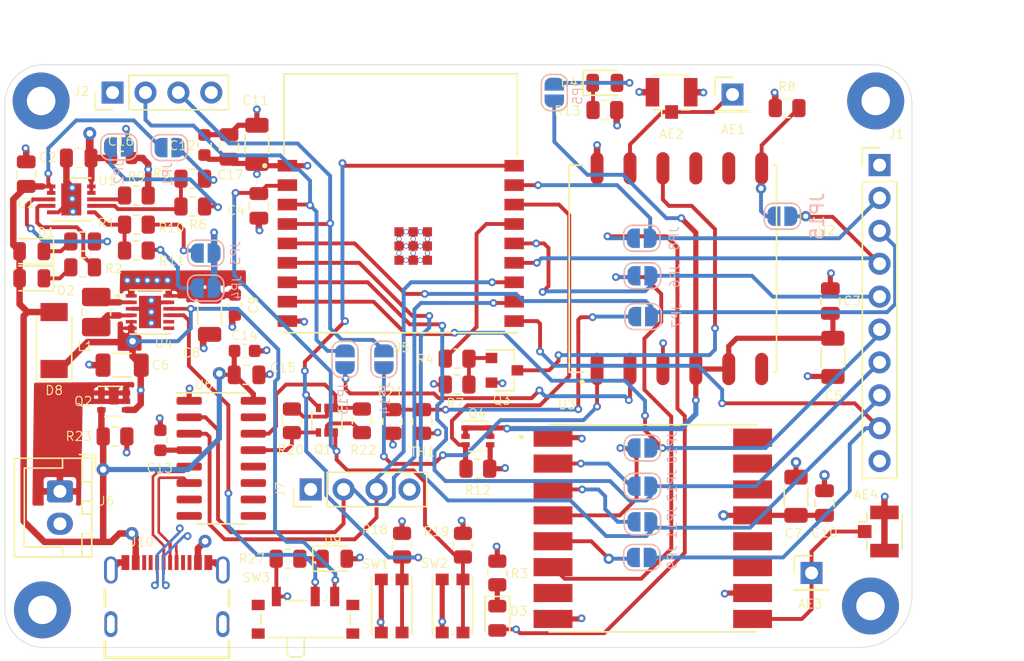
<source format=kicad_pcb>
(kicad_pcb (version 20171130) (host pcbnew "(5.1.12)-1")
  (layers (0 F.Cu signal) (1 POWER signal) (2 GND signal) (31 B.Cu signal) (34 B.Paste user) (35 F.Paste user) (36 B.SilkS user) (37 F.SilkS user hide) (38 B.Mask user) (39 F.Mask user) (44 Edge.Cuts user))
  (net 0 "")
  (net 1 GND)
  (net 2 +3V3)
  (net 3 VBUS)
  (net 4 +BATT)
  (net 5 "Net-(D1-Pad1)")
  (net 6 "Net-(D2-Pad1)")
  (net 7 LED1)
  (net 8 "Net-(D4-Pad1)")
  (net 9 "Net-(L1-Pad2)")
  (net 10 "Net-(L1-Pad1)")
  (net 11 EN)
  (net 12 "Net-(Q1-Pad2)")
  (net 13 "Net-(Q1-Pad5)")
  (net 14 "Net-(R1-Pad1)")
  (net 15 "Net-(R2-Pad1)")
  (net 16 "Net-(SW3-Pad2)")
  (net 17 U0RXD)
  (net 18 U0TXD)
  (net 19 "Net-(U3-Pad11)")
  (net 20 "Net-(H1-Pad1)")
  (net 21 "Net-(H2-Pad1)")
  (net 22 "Net-(H3-Pad1)")
  (net 23 "Net-(H4-Pad1)")
  (net 24 "Net-(JP1-Pad2)")
  (net 25 "Net-(JP2-Pad1)")
  (net 26 "Net-(JP3-Pad1)")
  (net 27 "Net-(JP4-Pad1)")
  (net 28 "Net-(C6-Pad2)")
  (net 29 "Net-(C13-Pad2)")
  (net 30 "Net-(D3-Pad1)")
  (net 31 "Net-(D9-Pad1)")
  (net 32 "Net-(J10-PadB8)")
  (net 33 "Net-(J10-PadA5)")
  (net 34 "Net-(J10-PadB5)")
  (net 35 "Net-(J10-PadA8)")
  (net 36 ~DTR)
  (net 37 IO0)
  (net 38 ~RTS)
  (net 39 "Net-(R5-Pad2)")
  (net 40 "Net-(R9-Pad1)")
  (net 41 "Net-(R10-Pad1)")
  (net 42 "Net-(U4-Pad7)")
  (net 43 "Net-(U4-Pad8)")
  (net 44 "Net-(U6-Pad15)")
  (net 45 "Net-(U6-Pad12)")
  (net 46 "Net-(U6-Pad11)")
  (net 47 "Net-(U6-Pad10)")
  (net 48 "Net-(U6-Pad9)")
  (net 49 "Net-(U6-Pad8)")
  (net 50 "Net-(U6-Pad7)")
  (net 51 /D-)
  (net 52 /D+)
  (net 53 "Net-(AE1-Pad1)")
  (net 54 "Net-(AE3-Pad1)")
  (net 55 "Net-(C3-Pad2)")
  (net 56 "Net-(D4-Pad2)")
  (net 57 "Net-(Q3-Pad3)")
  (net 58 "Net-(Q3-Pad1)")
  (net 59 GPS_ON_OFF)
  (net 60 GPS_RST)
  (net 61 GPS_FO)
  (net 62 "Net-(U2-Pad8)")
  (net 63 "Net-(U2-Pad6)")
  (net 64 GPS_TX)
  (net 65 GPS_RX)
  (net 66 "Net-(U3-Pad16)")
  (net 67 "Net-(U3-Pad15)")
  (net 68 "Net-(U3-Pad14)")
  (net 69 "Net-(U3-Pad12)")
  (net 70 "Net-(U3-Pad7)")
  (net 71 RF_RST)
  (net 72 RF_NSS)
  (net 73 RF_SCK)
  (net 74 RF_MOSI)
  (net 75 RF_MISO)
  (net 76 IO4_U2RXD)
  (net 77 IO5_U2TXD)
  (net 78 MCU_MOSI)
  (net 79 MCU_MISO)
  (net 80 MCU_SCK)
  (net 81 MCU_CS)
  (net 82 IO19)
  (net 83 IO18)
  (net 84 IO6)
  (net 85 "Net-(JP7-Pad2)")
  (net 86 "Net-(D3-Pad2)")
  (module Jumper:SolderJumper-2_P1.3mm_Open_RoundedPad1.0x1.5mm (layer B.Cu) (at 150 74.7)
    (fp_text reference JP15 (at 2.7 0 90) (layer B.SilkS) (effects (justify mirror)))
    (fp_text value WIRE)
    (pad 2 smd custom (at 0.65 0) (size 1 0.5) (layers B.Cu B.Mask) (net 83 IO18) (options (clearance outline) (anchor rect)) (primitives (gr_circle (center 0 -0.25) (end 0.5 -0.25) (width 0)) (gr_circle (center 0 0.25) (end 0.5 0.25) (width 0)) (gr_poly (pts (xy 0 0.75) (xy -0.5 0.75) (xy -0.5 -0.75) (xy 0 -0.75)) (width 0))))
    (pad 1 smd custom (at -0.65 0) (size 1 0.5) (layers B.Cu B.Mask) (net 61 GPS_FO) (options (clearance outline) (anchor rect)) (primitives (gr_circle (center 0 -0.25) (end 0.5 -0.25) (width 0)) (gr_circle (center 0 0.25) (end 0.5 0.25) (width 0)) (gr_poly (pts (xy 0 0.75) (xy 0.5 0.75) (xy 0.5 -0.75) (xy 0 -0.75)) (width 0))))
  )
  (module 1KiCadLib:ESP32-C3-WROOM-02-H4 (layer F.Cu) (at 120.55 73.7)
    (fp_text reference U5 (at 0 11.15) (layer F.SilkS) (effects (font (size 0.7 0.7) (thickness 0.08))))
    (fp_text value ESP32-C3-WROOM-02-H4)
    (pad 1 smd rect (at -8.75 -2.9) (size 1.5 0.9) (layers F.Cu F.Paste F.Mask) (net 2 +3V3))
    (pad 2 smd rect (at -8.75 -1.4) (size 1.5 0.9) (layers F.Cu F.Paste F.Mask) (net 11 EN))
    (pad 3 smd rect (at -8.75 0.1) (size 1.5 0.9) (layers F.Cu F.Paste F.Mask) (net 76 IO4_U2RXD))
    (pad 4 smd rect (at -8.75 1.6) (size 1.5 0.9) (layers F.Cu F.Paste F.Mask) (net 77 IO5_U2TXD))
    (pad 5 smd rect (at -8.75 3.1) (size 1.5 0.9) (layers F.Cu F.Paste F.Mask) (net 84 IO6))
    (pad 6 smd rect (at -8.75 4.6) (size 1.5 0.9) (layers F.Cu F.Paste F.Mask) (net 78 MCU_MOSI))
    (pad 7 smd rect (at -8.75 6.1) (size 1.5 0.9) (layers F.Cu F.Paste F.Mask) (net 79 MCU_MISO))
    (pad 8 smd rect (at -8.75 7.6) (size 1.5 0.9) (layers F.Cu F.Paste F.Mask) (net 80 MCU_SCK))
    (pad 9 smd rect (at -8.75 9.1) (size 1.5 0.9) (layers F.Cu F.Paste F.Mask) (net 1 GND))
    (pad 10 smd rect (at 8.75 9.1) (size 1.5 0.9) (layers F.Cu F.Paste F.Mask) (net 81 MCU_CS))
    (pad 11 smd rect (at 8.75 7.6) (size 1.5 0.9) (layers F.Cu F.Paste F.Mask) (net 17 U0RXD))
    (pad 12 smd rect (at 8.75 6.1) (size 1.5 0.9) (layers F.Cu F.Paste F.Mask) (net 18 U0TXD))
    (pad 13 smd rect (at 8.75 4.6) (size 1.5 0.9) (layers F.Cu F.Paste F.Mask) (net 83 IO18))
    (pad 14 smd rect (at 8.75 3.1) (size 1.5 0.9) (layers F.Cu F.Paste F.Mask) (net 82 IO19))
    (pad 15 smd rect (at 8.75 1.6) (size 1.5 0.9) (layers F.Cu F.Paste F.Mask) (net 60 GPS_RST))
    (pad 16 smd rect (at 8.75 0.1) (size 1.5 0.9) (layers F.Cu F.Paste F.Mask) (net 59 GPS_ON_OFF))
    (pad 17 smd rect (at 8.75 -1.4) (size 1.5 0.9) (layers F.Cu F.Paste F.Mask) (net 7 LED1))
    (pad 18 smd rect (at 8.75 -2.9) (size 1.5 0.9) (layers F.Cu F.Paste F.Mask) (net 37 IO0))
    (pad 19 smd rect (at 0.96 3.3) (size 0.7 0.7) (layers F.Cu F.Paste F.Mask) (net 1 GND))
    (pad 19 smd rect (at 2.06 3.3) (size 0.7 0.7) (layers F.Cu F.Paste F.Mask) (net 1 GND))
    (pad 19 smd rect (at -0.14 3.3) (size 0.7 0.7) (layers F.Cu F.Paste F.Mask) (net 1 GND))
    (pad 19 smd rect (at -0.14 2.2) (size 0.7 0.7) (layers F.Cu F.Paste F.Mask) (net 1 GND))
    (pad 19 smd rect (at 0.96 2.2) (size 0.7 0.7) (layers F.Cu F.Paste F.Mask) (net 1 GND))
    (pad 19 smd rect (at 2.06 2.2) (size 0.7 0.7) (layers F.Cu F.Paste F.Mask) (net 1 GND))
    (pad 19 smd rect (at 2.06 4.4) (size 0.7 0.7) (layers F.Cu F.Paste F.Mask) (net 1 GND))
    (pad 19 smd rect (at 0.96 4.4) (size 0.7 0.7) (layers F.Cu F.Paste F.Mask) (net 1 GND))
    (pad 19 smd rect (at -0.14 4.4) (size 0.7 0.7) (layers F.Cu F.Paste F.Mask) (net 1 GND))
    (pad 19 thru_hole circle (at 1.51 2.2) (size 0.4 0.4) (drill 0.3) (layers *.Cu) (net 1 GND))
    (pad 19 thru_hole circle (at 2.06 2.75) (size 0.4 0.4) (drill 0.3) (layers *.Cu) (net 1 GND))
    (pad 19 thru_hole circle (at 2.06 3.85) (size 0.4 0.4) (drill 0.3) (layers *.Cu) (net 1 GND))
    (pad 19 thru_hole circle (at 0.41 2.2) (size 0.4 0.4) (drill 0.3) (layers *.Cu) (net 1 GND))
    (pad 19 thru_hole circle (at 1.51 3.3) (size 0.4 0.4) (drill 0.3) (layers *.Cu) (net 1 GND))
    (pad 19 thru_hole circle (at 0.96 2.75) (size 0.4 0.4) (drill 0.3) (layers *.Cu) (net 1 GND))
    (pad 19 thru_hole circle (at -0.14 2.75) (size 0.4 0.4) (drill 0.3) (layers *.Cu) (net 1 GND))
    (pad 19 thru_hole circle (at 0.41 3.3) (size 0.4 0.4) (drill 0.3) (layers *.Cu) (net 1 GND))
    (pad 19 thru_hole circle (at 1.51 4.4) (size 0.4 0.4) (drill 0.3) (layers *.Cu) (net 1 GND))
    (pad 19 thru_hole circle (at 0.41 4.4) (size 0.4 0.4) (drill 0.3) (layers *.Cu) (net 1 GND))
    (pad 19 thru_hole circle (at 0.96 3.85) (size 0.4 0.4) (drill 0.3) (layers *.Cu) (net 1 GND))
    (pad 19 thru_hole circle (at -0.14 3.85) (size 0.4 0.4) (drill 0.3) (layers *.Cu) (net 1 GND))
  )
  (module Connector_PinHeader_2.54mm:PinHeader_1x10_P2.54mm_Vertical (layer F.Cu) (at 157.5 70.75)
    (fp_text reference J1 (at 1.3 -2.4) (layer F.SilkS) (effects (font (size 0.7 0.7) (thickness 0.08))))
    (fp_text value Conn_01x10)
    (pad 10 thru_hole oval (at 0 22.86) (size 1.7 1.7) (drill 1) (layers *.Cu *.Mask) (net 1 GND))
    (pad 9 thru_hole oval (at 0 20.32) (size 1.7 1.7) (drill 1) (layers *.Cu *.Mask) (net 81 MCU_CS))
    (pad 8 thru_hole oval (at 0 17.78) (size 1.7 1.7) (drill 1) (layers *.Cu *.Mask) (net 78 MCU_MOSI))
    (pad 7 thru_hole oval (at 0 15.24) (size 1.7 1.7) (drill 1) (layers *.Cu *.Mask) (net 79 MCU_MISO))
    (pad 6 thru_hole oval (at 0 12.7) (size 1.7 1.7) (drill 1) (layers *.Cu *.Mask) (net 80 MCU_SCK))
    (pad 5 thru_hole oval (at 0 10.16) (size 1.7 1.7) (drill 1) (layers *.Cu *.Mask) (net 82 IO19))
    (pad 4 thru_hole oval (at 0 7.62) (size 1.7 1.7) (drill 1) (layers *.Cu *.Mask) (net 83 IO18))
    (pad 3 thru_hole oval (at 0 5.08) (size 1.7 1.7) (drill 1) (layers *.Cu *.Mask) (net 84 IO6))
    (pad 2 thru_hole oval (at 0 2.54) (size 1.7 1.7) (drill 1) (layers *.Cu *.Mask) (net 7 LED1))
    (pad 1 thru_hole rect (at 0 0) (size 1.7 1.7) (drill 1) (layers *.Cu *.Mask) (net 2 +3V3))
  )
  (module Jumper:SolderJumper-2_P1.3mm_Open_RoundedPad1.0x1.5mm (layer B.Cu) (at 119.25 85.75 270)
    (fp_text reference JP14 (at 3 -0.1 90) (layer B.SilkS) (effects (font (size 0.7 0.7) (thickness 0.08)) (justify mirror)))
    (fp_text value WIRE)
    (pad 2 smd custom (at 0.65 0 270) (size 1 0.5) (layers B.Cu B.Mask) (net 65 GPS_RX) (options (clearance outline) (anchor rect)) (primitives (gr_circle (center 0 -0.25) (end 0.5 -0.25) (width 0)) (gr_circle (center 0 0.25) (end 0.5 0.25) (width 0)) (gr_poly (pts (xy 0 0.75) (xy -0.5 0.75) (xy -0.5 -0.75) (xy 0 -0.75)) (width 0))))
    (pad 1 smd custom (at -0.65 0 270) (size 1 0.5) (layers B.Cu B.Mask) (net 77 IO5_U2TXD) (options (clearance outline) (anchor rect)) (primitives (gr_circle (center 0 -0.25) (end 0.5 -0.25) (width 0)) (gr_circle (center 0 0.25) (end 0.5 0.25) (width 0)) (gr_poly (pts (xy 0 0.75) (xy 0.5 0.75) (xy 0.5 -0.75) (xy 0 -0.75)) (width 0))))
  )
  (module Jumper:SolderJumper-2_P1.3mm_Open_RoundedPad1.0x1.5mm (layer B.Cu) (at 116.25 85.75 270)
    (fp_text reference JP13 (at 3 0.15 90) (layer B.SilkS) (effects (font (size 0.7 0.7) (thickness 0.08)) (justify mirror)))
    (fp_text value WIRE)
    (pad 2 smd custom (at 0.65 0 270) (size 1 0.5) (layers B.Cu B.Mask) (net 64 GPS_TX) (options (clearance outline) (anchor rect)) (primitives (gr_circle (center 0 -0.25) (end 0.5 -0.25) (width 0)) (gr_circle (center 0 0.25) (end 0.5 0.25) (width 0)) (gr_poly (pts (xy 0 0.75) (xy -0.5 0.75) (xy -0.5 -0.75) (xy 0 -0.75)) (width 0))))
    (pad 1 smd custom (at -0.65 0 270) (size 1 0.5) (layers B.Cu B.Mask) (net 76 IO4_U2RXD) (options (clearance outline) (anchor rect)) (primitives (gr_circle (center 0 -0.25) (end 0.5 -0.25) (width 0)) (gr_circle (center 0 0.25) (end 0.5 0.25) (width 0)) (gr_poly (pts (xy 0 0.75) (xy 0.5 0.75) (xy 0.5 -0.75) (xy 0 -0.75)) (width 0))))
  )
  (module Connector_PinHeader_2.54mm:PinHeader_1x04_P2.54mm_Vertical (layer F.Cu) (at 98.31 65.15 90)
    (fp_text reference J2 (at 0.1 -2.41 180) (layer F.SilkS) (effects (font (size 0.7 0.7) (thickness 0.08))))
    (fp_text value Conn_01x04)
    (pad 4 thru_hole oval (at 0 7.62 90) (size 1.7 1.7) (drill 1) (layers *.Cu *.Mask) (net 1 GND))
    (pad 3 thru_hole oval (at 0 5.08 90) (size 1.7 1.7) (drill 1) (layers *.Cu *.Mask) (net 77 IO5_U2TXD))
    (pad 2 thru_hole oval (at 0 2.54 90) (size 1.7 1.7) (drill 1) (layers *.Cu *.Mask) (net 76 IO4_U2RXD))
    (pad 1 thru_hole rect (at 0 0 90) (size 1.7 1.7) (drill 1) (layers *.Cu *.Mask) (net 2 +3V3))
  )
  (module Jumper:SolderJumper-2_P1.3mm_Open_RoundedPad1.0x1.5mm (layer B.Cu) (at 139.2 95.55)
    (fp_text reference JP12 (at 2.3 -0.05 90) (layer B.SilkS) (effects (font (size 0.7 0.7) (thickness 0.08)) (justify mirror)))
    (fp_text value WIRE)
    (pad 2 smd custom (at 0.65 0) (size 1 0.5) (layers B.Cu B.Mask) (net 79 MCU_MISO) (options (clearance outline) (anchor rect)) (primitives (gr_circle (center 0 -0.25) (end 0.5 -0.25) (width 0)) (gr_circle (center 0 0.25) (end 0.5 0.25) (width 0)) (gr_poly (pts (xy 0 0.75) (xy -0.5 0.75) (xy -0.5 -0.75) (xy 0 -0.75)) (width 0))))
    (pad 1 smd custom (at -0.65 0) (size 1 0.5) (layers B.Cu B.Mask) (net 75 RF_MISO) (options (clearance outline) (anchor rect)) (primitives (gr_circle (center 0 -0.25) (end 0.5 -0.25) (width 0)) (gr_circle (center 0 0.25) (end 0.5 0.25) (width 0)) (gr_poly (pts (xy 0 0.75) (xy 0.5 0.75) (xy 0.5 -0.75) (xy 0 -0.75)) (width 0))))
  )
  (module Jumper:SolderJumper-2_P1.3mm_Open_RoundedPad1.0x1.5mm (layer B.Cu) (at 139.2 98.3)
    (fp_text reference JP11 (at 2.3 0.05 90) (layer B.SilkS) (effects (font (size 0.7 0.7) (thickness 0.08)) (justify mirror)))
    (fp_text value WIRE)
    (pad 2 smd custom (at 0.65 0) (size 1 0.5) (layers B.Cu B.Mask) (net 78 MCU_MOSI) (options (clearance outline) (anchor rect)) (primitives (gr_circle (center 0 -0.25) (end 0.5 -0.25) (width 0)) (gr_circle (center 0 0.25) (end 0.5 0.25) (width 0)) (gr_poly (pts (xy 0 0.75) (xy -0.5 0.75) (xy -0.5 -0.75) (xy 0 -0.75)) (width 0))))
    (pad 1 smd custom (at -0.65 0) (size 1 0.5) (layers B.Cu B.Mask) (net 74 RF_MOSI) (options (clearance outline) (anchor rect)) (primitives (gr_circle (center 0 -0.25) (end 0.5 -0.25) (width 0)) (gr_circle (center 0 0.25) (end 0.5 0.25) (width 0)) (gr_poly (pts (xy 0 0.75) (xy 0.5 0.75) (xy 0.5 -0.75) (xy 0 -0.75)) (width 0))))
  )
  (module Jumper:SolderJumper-2_P1.3mm_Open_RoundedPad1.0x1.5mm (layer B.Cu) (at 139.2 92.6)
    (fp_text reference JP10 (at 2.3 -0.05 90) (layer B.SilkS) (effects (font (size 0.7 0.7) (thickness 0.08)) (justify mirror)))
    (fp_text value WIRE)
    (pad 2 smd custom (at 0.65 0) (size 1 0.5) (layers B.Cu B.Mask) (net 80 MCU_SCK) (options (clearance outline) (anchor rect)) (primitives (gr_circle (center 0 -0.25) (end 0.5 -0.25) (width 0)) (gr_circle (center 0 0.25) (end 0.5 0.25) (width 0)) (gr_poly (pts (xy 0 0.75) (xy -0.5 0.75) (xy -0.5 -0.75) (xy 0 -0.75)) (width 0))))
    (pad 1 smd custom (at -0.65 0) (size 1 0.5) (layers B.Cu B.Mask) (net 73 RF_SCK) (options (clearance outline) (anchor rect)) (primitives (gr_circle (center 0 -0.25) (end 0.5 -0.25) (width 0)) (gr_circle (center 0 0.25) (end 0.5 0.25) (width 0)) (gr_poly (pts (xy 0 0.75) (xy 0.5 0.75) (xy 0.5 -0.75) (xy 0 -0.75)) (width 0))))
  )
  (module Jumper:SolderJumper-2_P1.3mm_Open_RoundedPad1.0x1.5mm (layer B.Cu) (at 139.15 101.05)
    (fp_text reference JP9 (at 2.35 0 90) (layer B.SilkS) (effects (font (size 0.7 0.7) (thickness 0.08)) (justify mirror)))
    (fp_text value WIRE)
    (pad 2 smd custom (at 0.65 0) (size 1 0.5) (layers B.Cu B.Mask) (net 81 MCU_CS) (options (clearance outline) (anchor rect)) (primitives (gr_circle (center 0 -0.25) (end 0.5 -0.25) (width 0)) (gr_circle (center 0 0.25) (end 0.5 0.25) (width 0)) (gr_poly (pts (xy 0 0.75) (xy -0.5 0.75) (xy -0.5 -0.75) (xy 0 -0.75)) (width 0))))
    (pad 1 smd custom (at -0.65 0) (size 1 0.5) (layers B.Cu B.Mask) (net 72 RF_NSS) (options (clearance outline) (anchor rect)) (primitives (gr_circle (center 0 -0.25) (end 0.5 -0.25) (width 0)) (gr_circle (center 0 0.25) (end 0.5 0.25) (width 0)) (gr_poly (pts (xy 0 0.75) (xy 0.5 0.75) (xy 0.5 -0.75) (xy 0 -0.75)) (width 0))))
  )
  (module Jumper:SolderJumper-2_P1.3mm_Open_RoundedPad1.0x1.5mm (layer B.Cu) (at 139.15 76.4 180)
    (fp_text reference JP8 (at -2.5 0 90) (layer B.SilkS) (effects (font (size 0.7 0.7) (thickness 0.08)) (justify mirror)))
    (fp_text value WIRE)
    (pad 2 smd custom (at 0.65 0 180) (size 1 0.5) (layers B.Cu B.Mask) (net 86 "Net-(D3-Pad2)") (options (clearance outline) (anchor rect)) (primitives (gr_circle (center 0 -0.25) (end 0.5 -0.25) (width 0)) (gr_circle (center 0 0.25) (end 0.5 0.25) (width 0)) (gr_poly (pts (xy 0 0.75) (xy -0.5 0.75) (xy -0.5 -0.75) (xy 0 -0.75)) (width 0))))
    (pad 1 smd custom (at -0.65 0 180) (size 1 0.5) (layers B.Cu B.Mask) (net 7 LED1) (options (clearance outline) (anchor rect)) (primitives (gr_circle (center 0 -0.25) (end 0.5 -0.25) (width 0)) (gr_circle (center 0 0.25) (end 0.5 0.25) (width 0)) (gr_poly (pts (xy 0 0.75) (xy 0.5 0.75) (xy 0.5 -0.75) (xy 0 -0.75)) (width 0))))
  )
  (module Jumper:SolderJumper-2_P1.3mm_Open_RoundedPad1.0x1.5mm (layer B.Cu) (at 139.25 82.45 180)
    (fp_text reference JP7 (at -2.6 0.05 90) (layer B.SilkS) (effects (font (size 0.7 0.7) (thickness 0.08)) (justify mirror)))
    (fp_text value WIRE)
    (pad 2 smd custom (at 0.65 0 180) (size 1 0.5) (layers B.Cu B.Mask) (net 85 "Net-(JP7-Pad2)") (options (clearance outline) (anchor rect)) (primitives (gr_circle (center 0 -0.25) (end 0.5 -0.25) (width 0)) (gr_circle (center 0 0.25) (end 0.5 0.25) (width 0)) (gr_poly (pts (xy 0 0.75) (xy -0.5 0.75) (xy -0.5 -0.75) (xy 0 -0.75)) (width 0))))
    (pad 1 smd custom (at -0.65 0 180) (size 1 0.5) (layers B.Cu B.Mask) (net 84 IO6) (options (clearance outline) (anchor rect)) (primitives (gr_circle (center 0 -0.25) (end 0.5 -0.25) (width 0)) (gr_circle (center 0 0.25) (end 0.5 0.25) (width 0)) (gr_poly (pts (xy 0 0.75) (xy 0.5 0.75) (xy 0.5 -0.75) (xy 0 -0.75)) (width 0))))
  )
  (module Jumper:SolderJumper-2_P1.3mm_Open_RoundedPad1.0x1.5mm (layer B.Cu) (at 139.2 79.3)
    (fp_text reference JP6 (at 2.5 0 270) (layer B.SilkS) (effects (font (size 0.7 0.7) (thickness 0.08)) (justify mirror)))
    (fp_text value WIRE)
    (pad 2 smd custom (at 0.65 0) (size 1 0.5) (layers B.Cu B.Mask) (net 82 IO19) (options (clearance outline) (anchor rect)) (primitives (gr_circle (center 0 -0.25) (end 0.5 -0.25) (width 0)) (gr_circle (center 0 0.25) (end 0.5 0.25) (width 0)) (gr_poly (pts (xy 0 0.75) (xy -0.5 0.75) (xy -0.5 -0.75) (xy 0 -0.75)) (width 0))))
    (pad 1 smd custom (at -0.65 0) (size 1 0.5) (layers B.Cu B.Mask) (net 71 RF_RST) (options (clearance outline) (anchor rect)) (primitives (gr_circle (center 0 -0.25) (end 0.5 -0.25) (width 0)) (gr_circle (center 0 0.25) (end 0.5 0.25) (width 0)) (gr_poly (pts (xy 0 0.75) (xy 0.5 0.75) (xy 0.5 -0.75) (xy 0 -0.75)) (width 0))))
  )
  (module 1KiCadLib:RF_LORA_RFM95W-915S2 (layer F.Cu) (at 140 98.8)
    (fp_text reference U3 (at -6.63079 -9.54026) (layer F.SilkS) (effects (font (size 0.7 0.7) (thickness 0.08))))
    (fp_text value RF_LORA_RFM95W-915S2)
    (pad 16 smd rect (at 7.7 -7) (size 3 1.4) (layers F.Cu F.Paste F.Mask) (net 66 "Net-(U3-Pad16)"))
    (pad 15 smd rect (at 7.7 -5) (size 3 1.4) (layers F.Cu F.Paste F.Mask) (net 67 "Net-(U3-Pad15)"))
    (pad 14 smd rect (at 7.7 -3) (size 3 1.4) (layers F.Cu F.Paste F.Mask) (net 68 "Net-(U3-Pad14)"))
    (pad 13 smd rect (at 7.7 -1) (size 3 1.4) (layers F.Cu F.Paste F.Mask) (net 2 +3V3))
    (pad 12 smd rect (at 7.7 1) (size 3 1.4) (layers F.Cu F.Paste F.Mask) (net 69 "Net-(U3-Pad12)"))
    (pad 11 smd rect (at 7.7 3) (size 3 1.4) (layers F.Cu F.Paste F.Mask) (net 19 "Net-(U3-Pad11)"))
    (pad 10 smd rect (at 7.7 5) (size 3 1.4) (layers F.Cu F.Paste F.Mask) (net 1 GND))
    (pad 9 smd rect (at 7.7 7) (size 3 1.4) (layers F.Cu F.Paste F.Mask) (net 54 "Net-(AE3-Pad1)"))
    (pad 8 smd rect (at -7.7 7) (size 3 1.4) (layers F.Cu F.Paste F.Mask) (net 1 GND))
    (pad 7 smd rect (at -7.7 5) (size 3 1.4) (layers F.Cu F.Paste F.Mask) (net 70 "Net-(U3-Pad7)"))
    (pad 6 smd rect (at -7.7 3) (size 3 1.4) (layers F.Cu F.Paste F.Mask) (net 71 RF_RST))
    (pad 5 smd rect (at -7.7 1) (size 3 1.4) (layers F.Cu F.Paste F.Mask) (net 72 RF_NSS))
    (pad 4 smd rect (at -7.7 -1) (size 3 1.4) (layers F.Cu F.Paste F.Mask) (net 73 RF_SCK))
    (pad 3 smd rect (at -7.7 -3) (size 3 1.4) (layers F.Cu F.Paste F.Mask) (net 74 RF_MOSI))
    (pad 2 smd rect (at -7.7 -5) (size 3 1.4) (layers F.Cu F.Paste F.Mask) (net 75 RF_MISO))
    (pad 1 smd rect (at -7.7 -7) (size 3 1.4) (layers F.Cu F.Paste F.Mask) (net 1 GND))
  )
  (module 1KiCadLib:IC_GPS_L86-M33 (layer F.Cu) (at 142.05 78.75 90)
    (fp_text reference U2 (at 2.95 11.35 180) (layer F.SilkS) (effects (font (size 0.7 0.7) (thickness 0.08))))
    (fp_text value IC_GPS_L86-M33)
    (pad 7 smd oval (at 7.75 6.35 90) (size 2.5 1) (layers F.Cu F.Mask) (net 61 GPS_FO))
    (pad 8 smd oval (at 7.75 3.81 90) (size 2.5 1) (layers F.Cu F.Mask) (net 62 "Net-(U2-Pad8)"))
    (pad 9 smd oval (at 7.75 1.27 90) (size 2.5 1) (layers F.Cu F.Mask))
    (pad 10 smd oval (at 7.75 -1.27 90) (size 2.5 1) (layers F.Cu F.Mask) (net 57 "Net-(Q3-Pad3)"))
    (pad 11 smd oval (at 7.75 -3.81 90) (size 2.5 1) (layers F.Cu F.Mask) (net 53 "Net-(AE1-Pad1)"))
    (pad 12 smd oval (at 7.75 -6.35 90) (size 2.5 1) (layers F.Cu F.Mask) (net 1 GND))
    (pad 6 smd oval (at -7.75 6.35 90) (size 2.5 1) (layers F.Cu F.Mask) (net 63 "Net-(U2-Pad6)"))
    (pad 5 smd oval (at -7.75 3.81 90) (size 2.5 1) (layers F.Cu F.Mask) (net 55 "Net-(C3-Pad2)"))
    (pad 4 smd oval (at -7.75 1.27 90) (size 2.5 1) (layers F.Cu F.Mask) (net 55 "Net-(C3-Pad2)"))
    (pad 3 smd oval (at -7.75 -1.27 90) (size 2.5 1) (layers F.Cu F.Mask) (net 1 GND))
    (pad 2 smd oval (at -7.75 -3.81 90) (size 2.5 1) (layers F.Cu F.Mask) (net 64 GPS_TX))
    (pad 1 smd oval (at -7.75 -6.35 90) (size 2.5 1) (layers F.Cu F.Mask) (net 65 GPS_RX))
  )
  (module Resistor_SMD:R_0805_2012Metric (layer F.Cu) (at 136.3 66.5)
    (fp_text reference R13 (at -2.9 0.05) (layer F.SilkS) (effects (font (size 0.7 0.7) (thickness 0.08))))
    (fp_text value 1.5K)
    (pad 2 smd roundrect (at 0.9125 0) (size 1.025 1.4) (layers F.Cu F.Paste F.Mask) (roundrect_rratio 0.243902) (net 1 GND))
    (pad 1 smd roundrect (at -0.9125 0) (size 1.025 1.4) (layers F.Cu F.Paste F.Mask) (roundrect_rratio 0.243902) (net 8 "Net-(D4-Pad1)"))
  )
  (module Resistor_SMD:R_0805_2012Metric (layer F.Cu) (at 126.5 94.2 180)
    (fp_text reference R12 (at 0 -1.65) (layer F.SilkS) (effects (font (size 0.7 0.7) (thickness 0.08))))
    (fp_text value 10K)
    (pad 2 smd roundrect (at 0.9125 0 180) (size 1.025 1.4) (layers F.Cu F.Paste F.Mask) (roundrect_rratio 0.243902) (net 59 GPS_ON_OFF))
    (pad 1 smd roundrect (at -0.9125 0 180) (size 1.025 1.4) (layers F.Cu F.Paste F.Mask) (roundrect_rratio 0.243902) (net 2 +3V3))
  )
  (module Resistor_SMD:R_0805_2012Metric (layer F.Cu) (at 150.3625 66.35)
    (fp_text reference R8 (at 0 -1.65) (layer F.SilkS) (effects (font (size 0.7 0.7) (thickness 0.08))))
    (fp_text value 10K)
    (pad 2 smd roundrect (at 0.9125 0) (size 1.025 1.4) (layers F.Cu F.Paste F.Mask) (roundrect_rratio 0.243902) (net 61 GPS_FO))
    (pad 1 smd roundrect (at -0.9125 0) (size 1.025 1.4) (layers F.Cu F.Paste F.Mask) (roundrect_rratio 0.243902) (net 1 GND))
  )
  (module Resistor_SMD:R_0805_2012Metric (layer F.Cu) (at 124.9 87.7)
    (fp_text reference R7 (at -0.15 1.45) (layer F.SilkS) (effects (font (size 0.7 0.7) (thickness 0.08))))
    (fp_text value 47K)
    (pad 2 smd roundrect (at 0.9125 0) (size 1.025 1.4) (layers F.Cu F.Paste F.Mask) (roundrect_rratio 0.243902) (net 58 "Net-(Q3-Pad1)"))
    (pad 1 smd roundrect (at -0.9125 0) (size 1.025 1.4) (layers F.Cu F.Paste F.Mask) (roundrect_rratio 0.243902) (net 1 GND))
  )
  (module Resistor_SMD:R_0805_2012Metric (layer F.Cu) (at 124.9 85.7)
    (fp_text reference R4 (at -2.45 0.05) (layer F.SilkS) (effects (font (size 0.7 0.7) (thickness 0.08))))
    (fp_text value 4.7K)
    (pad 2 smd roundrect (at 0.9125 0) (size 1.025 1.4) (layers F.Cu F.Paste F.Mask) (roundrect_rratio 0.243902) (net 58 "Net-(Q3-Pad1)"))
    (pad 1 smd roundrect (at -0.9125 0) (size 1.025 1.4) (layers F.Cu F.Paste F.Mask) (roundrect_rratio 0.243902) (net 60 GPS_RST))
  )
  (module Package_TO_SOT_SMD:SOT-363_SC-70-6 (layer F.Cu) (at 126.5 91.7)
    (fp_text reference Q4 (at -0.05 -1.75) (layer F.SilkS) (effects (font (size 0.7 0.7) (thickness 0.08))))
    (fp_text value MIC94052YC6-TR)
    (pad 6 smd rect (at 0.95 -0.65) (size 0.65 0.4) (layers F.Cu F.Paste F.Mask) (net 55 "Net-(C3-Pad2)"))
    (pad 4 smd rect (at 0.95 0.65) (size 0.65 0.4) (layers F.Cu F.Paste F.Mask) (net 2 +3V3))
    (pad 2 smd rect (at -0.95 0) (size 0.65 0.4) (layers F.Cu F.Paste F.Mask) (net 55 "Net-(C3-Pad2)"))
    (pad 5 smd rect (at 0.95 0) (size 0.65 0.4) (layers F.Cu F.Paste F.Mask) (net 55 "Net-(C3-Pad2)"))
    (pad 3 smd rect (at -0.95 0.65) (size 0.65 0.4) (layers F.Cu F.Paste F.Mask) (net 59 GPS_ON_OFF))
    (pad 1 smd rect (at -0.95 -0.65) (size 0.65 0.4) (layers F.Cu F.Paste F.Mask) (net 55 "Net-(C3-Pad2)"))
  )
  (module Package_TO_SOT_SMD:SOT-23 (layer F.Cu) (at 128.55 86.6)
    (fp_text reference Q3 (at -0.2 2.3) (layer F.SilkS) (effects (font (size 0.7 0.7) (thickness 0.08))))
    (fp_text value FMMT491QTA)
    (pad 3 smd rect (at 1 0) (size 0.9 0.8) (layers F.Cu F.Paste F.Mask) (net 57 "Net-(Q3-Pad3)"))
    (pad 2 smd rect (at -1 0.95) (size 0.9 0.8) (layers F.Cu F.Paste F.Mask) (net 1 GND))
    (pad 1 smd rect (at -1 -0.95) (size 0.9 0.8) (layers F.Cu F.Paste F.Mask) (net 58 "Net-(Q3-Pad1)"))
  )
  (module Jumper:SolderJumper-2_P1.3mm_Open_RoundedPad1.0x1.5mm (layer B.Cu) (at 132.4 65.15 90)
    (fp_text reference JP5 (at 0 1.8 90) (layer B.SilkS) (effects (font (size 0.7 0.7) (thickness 0.08)) (justify mirror)))
    (fp_text value WIRE)
    (pad 2 smd custom (at 0.65 0 90) (size 1 0.5) (layers B.Cu B.Mask) (net 56 "Net-(D4-Pad2)") (options (clearance outline) (anchor rect)) (primitives (gr_circle (center 0 -0.25) (end 0.5 -0.25) (width 0)) (gr_circle (center 0 0.25) (end 0.5 0.25) (width 0)) (gr_poly (pts (xy 0 0.75) (xy -0.5 0.75) (xy -0.5 -0.75) (xy 0 -0.75)) (width 0))))
    (pad 1 smd custom (at -0.65 0 90) (size 1 0.5) (layers B.Cu B.Mask) (net 55 "Net-(C3-Pad2)") (options (clearance outline) (anchor rect)) (primitives (gr_circle (center 0 -0.25) (end 0.5 -0.25) (width 0)) (gr_circle (center 0 0.25) (end 0.5 0.25) (width 0)) (gr_poly (pts (xy 0 0.75) (xy 0.5 0.75) (xy 0.5 -0.75) (xy 0 -0.75)) (width 0))))
  )
  (module LED_SMD:LED_0805_2012Metric (layer F.Cu) (at 136.3 64.4)
    (fp_text reference D4 (at -2.75 -0.05) (layer F.SilkS) (effects (font (size 0.7 0.7) (thickness 0.08))))
    (fp_text value RED)
    (pad 2 smd roundrect (at 0.9375 0) (size 0.975 1.4) (layers F.Cu F.Paste F.Mask) (net 56 "Net-(D4-Pad2)"))
    (pad 1 smd roundrect (at -0.9375 0) (size 0.975 1.4) (layers F.Cu F.Paste F.Mask) (net 8 "Net-(D4-Pad1)"))
  )
  (module Capacitor_SMD:C_0805_2012Metric (layer F.Cu) (at 107.3 69.35 270)
    (fp_text reference C17 (at 2.15 -0.1 180) (layer F.SilkS) (effects (font (size 0.7 0.7) (thickness 0.08))))
    (fp_text value 1uF)
    (pad 2 smd roundrect (at 0.95 0 270) (size 1 1.45) (layers F.Cu F.Paste F.Mask) (net 2 +3V3))
    (pad 1 smd roundrect (at -0.95 0 270) (size 1 1.45) (layers F.Cu F.Paste F.Mask) (net 1 GND))
  )
  (module Capacitor_SMD:C_0603_1608Metric (layer F.Cu) (at 105.4 69.2 90)
    (fp_text reference C12 (at -0.05 -1.7 180) (layer F.SilkS) (effects (font (size 0.7 0.7) (thickness 0.08))))
    (fp_text value 100nF)
    (pad 2 smd roundrect (at 0.775 0 90) (size 0.9 0.95) (layers F.Cu F.Paste F.Mask) (net 1 GND))
    (pad 1 smd roundrect (at -0.775 0 90) (size 0.9 0.95) (layers F.Cu F.Paste F.Mask) (net 2 +3V3))
  )
  (module Capacitor_SMD:C_1206_3216Metric (layer F.Cu) (at 109.45 69.15 270)
    (fp_text reference C11 (at -3.4 0.1 180) (layer F.SilkS) (effects (font (size 0.7 0.7) (thickness 0.08))))
    (fp_text value 10uF)
    (pad 2 smd roundrect (at 1.475 0 270) (size 1.15 1.8) (layers F.Cu F.Paste F.Mask) (roundrect_rratio 0.217391) (net 2 +3V3))
    (pad 1 smd roundrect (at -1.475 0 270) (size 1.15 1.8) (layers F.Cu F.Paste F.Mask) (roundrect_rratio 0.217391) (net 1 GND))
  )
  (module Capacitor_SMD:C_0805_2012Metric (layer F.Cu) (at 153.25 96.85 270)
    (fp_text reference C10 (at 2.3 0 180) (layer F.SilkS) (effects (font (size 0.7 0.7) (thickness 0.08))))
    (fp_text value 1uF)
    (pad 2 smd roundrect (at 0.95 0 270) (size 1 1.45) (layers F.Cu F.Paste F.Mask) (net 2 +3V3))
    (pad 1 smd roundrect (at -0.95 0 270) (size 1 1.45) (layers F.Cu F.Paste F.Mask) (net 1 GND))
  )
  (module Capacitor_SMD:C_1206_3216Metric (layer F.Cu) (at 151.05 96.325 270)
    (fp_text reference C7 (at 2.875 0.2 180) (layer F.SilkS) (effects (font (size 0.7 0.7) (thickness 0.08))))
    (fp_text value 10uF)
    (pad 2 smd roundrect (at 1.475 0 270) (size 1.15 1.8) (layers F.Cu F.Paste F.Mask) (roundrect_rratio 0.217391) (net 2 +3V3))
    (pad 1 smd roundrect (at -1.475 0 270) (size 1.15 1.8) (layers F.Cu F.Paste F.Mask) (roundrect_rratio 0.217391) (net 1 GND))
  )
  (module Capacitor_SMD:C_1206_3216Metric (layer F.Cu) (at 153.9 85.6 90)
    (fp_text reference C5 (at -2.95 0.05 180) (layer F.SilkS) (effects (font (size 0.7 0.7) (thickness 0.08))))
    (fp_text value 10uF)
    (pad 2 smd roundrect (at 1.475 0 90) (size 1.15 1.8) (layers F.Cu F.Paste F.Mask) (roundrect_rratio 0.217391) (net 55 "Net-(C3-Pad2)"))
    (pad 1 smd roundrect (at -1.475 0 90) (size 1.15 1.8) (layers F.Cu F.Paste F.Mask) (roundrect_rratio 0.217391) (net 1 GND))
  )
  (module Capacitor_SMD:C_0805_2012Metric (layer F.Cu) (at 153.7 81.25 270)
    (fp_text reference C3 (at 0 -1.68) (layer F.SilkS) (effects (font (size 0.7 0.7) (thickness 0.08))))
    (fp_text value 1uF)
    (pad 2 smd roundrect (at 0.95 0 270) (size 1 1.45) (layers F.Cu F.Paste F.Mask) (net 55 "Net-(C3-Pad2)"))
    (pad 1 smd roundrect (at -0.95 0 270) (size 1 1.45) (layers F.Cu F.Paste F.Mask) (net 1 GND))
  )
  (module Connector_Coaxial:U.FL_Hirose_U.FL-R-SMT-1_Vertical (layer F.Cu) (at 157.4 99.05)
    (fp_text reference AE4 (at -0.95 -2.85) (layer F.SilkS) (effects (font (size 0.7 0.7) (thickness 0.08))))
    (fp_text value Antenna_Shield)
    (pad 2 smd rect (at 0.475 -1.475) (size 2.2 1.05) (layers F.Cu F.Paste F.Mask) (net 1 GND))
    (pad 1 smd rect (at -1.05 0) (size 1.05 1) (layers F.Cu F.Paste F.Mask) (net 54 "Net-(AE3-Pad1)"))
    (pad 2 smd rect (at 0.475 1.475) (size 2.2 1.05) (layers F.Cu F.Paste F.Mask) (net 1 GND))
  )
  (module Connector_PinHeader_2.54mm:PinHeader_1x01_P2.54mm_Vertical (layer F.Cu) (at 152.25 102.25)
    (fp_text reference AE3 (at -0.1 2.4) (layer F.SilkS) (effects (font (size 0.7 0.7) (thickness 0.08))))
    (fp_text value Antenna)
    (pad 1 thru_hole rect (at 0 0) (size 1.7 1.7) (drill 1) (layers *.Cu *.Mask) (net 54 "Net-(AE3-Pad1)"))
  )
  (module Connector_Coaxial:U.FL_Hirose_U.FL-R-SMT-1_Vertical (layer F.Cu) (at 141.45 65.6 90)
    (fp_text reference AE2 (at -2.75 0 180) (layer F.SilkS) (effects (font (size 0.7 0.7) (thickness 0.08))))
    (fp_text value Antenna_Shield)
    (pad 2 smd rect (at 0.475 -1.475 90) (size 2.2 1.05) (layers F.Cu F.Paste F.Mask) (net 1 GND))
    (pad 1 smd rect (at -1.05 0 90) (size 1.05 1) (layers F.Cu F.Paste F.Mask) (net 53 "Net-(AE1-Pad1)"))
    (pad 2 smd rect (at 0.475 1.475 90) (size 2.2 1.05) (layers F.Cu F.Paste F.Mask) (net 1 GND))
  )
  (module Connector_PinHeader_2.54mm:PinHeader_1x01_P2.54mm_Vertical (layer F.Cu) (at 146.15 65.3)
    (fp_text reference AE1 (at 0.05 2.7) (layer F.SilkS) (effects (font (size 0.7 0.7) (thickness 0.08))))
    (fp_text value Antenna)
    (pad 1 thru_hole rect (at 0 0) (size 1.7 1.7) (drill 1) (layers *.Cu *.Mask) (net 53 "Net-(AE1-Pad1)"))
  )
  (module Connector_JST:JST_XH_B2B-XH-A_1x02_P2.50mm_Vertical (layer F.Cu) (at 94.25 95.95 270)
    (fp_text reference J6 (at 0.75 -3.6 180) (layer F.SilkS) (effects (font (size 0.7 0.7) (thickness 0.08))))
    (fp_text value BATT)
    (pad 2 thru_hole oval (at 2.5 0 270) (size 1.7 2) (drill 1) (layers *.Cu *.Mask) (net 1 GND))
    (pad 1 thru_hole roundrect (at 0 0 270) (size 1.7 2) (drill 1) (layers *.Cu *.Mask) (roundrect_rratio 0.1470588235294118) (net 4 +BATT))
  )
  (module Capacitor_SMD:C_0603_1608Metric (layer F.Cu) (at 99 70.2)
    (fp_text reference C16 (at -0.05 -1.3) (layer F.SilkS) (effects (font (size 0.7 0.7) (thickness 0.08))))
    (fp_text value 100nF)
    (pad 2 smd roundrect (at 0.775 0) (size 0.9 0.95) (layers F.Cu F.Paste F.Mask) (net 1 GND))
    (pad 1 smd roundrect (at -0.775 0) (size 0.9 0.95) (layers F.Cu F.Paste F.Mask) (net 4 +BATT))
  )
  (module Package_SO:SOIC-16_3.9x9.9mm_P1.27mm (layer F.Cu) (at 106.7 93.4)
    (fp_text reference U6 (at -1.35 -5.7) (layer F.SilkS) (effects (font (size 0.7 0.7) (thickness 0.08))))
    (fp_text value CH340C)
    (pad 16 smd roundrect (at 2.475 -4.445) (size 1.95 0.6) (layers F.Cu F.Paste F.Mask) (net 3 VBUS))
    (pad 15 smd roundrect (at 2.475 -3.175) (size 1.95 0.6) (layers F.Cu F.Paste F.Mask) (net 44 "Net-(U6-Pad15)"))
    (pad 14 smd roundrect (at 2.475 -1.905) (size 1.95 0.6) (layers F.Cu F.Paste F.Mask) (net 38 ~RTS))
    (pad 13 smd roundrect (at 2.475 -0.635) (size 1.95 0.6) (layers F.Cu F.Paste F.Mask) (net 36 ~DTR))
    (pad 12 smd roundrect (at 2.475 0.635) (size 1.95 0.6) (layers F.Cu F.Paste F.Mask) (net 45 "Net-(U6-Pad12)"))
    (pad 11 smd roundrect (at 2.475 1.905) (size 1.95 0.6) (layers F.Cu F.Paste F.Mask) (net 46 "Net-(U6-Pad11)"))
    (pad 10 smd roundrect (at 2.475 3.175) (size 1.95 0.6) (layers F.Cu F.Paste F.Mask) (net 47 "Net-(U6-Pad10)"))
    (pad 9 smd roundrect (at 2.475 4.445) (size 1.95 0.6) (layers F.Cu F.Paste F.Mask) (net 48 "Net-(U6-Pad9)"))
    (pad 8 smd roundrect (at -2.475 4.445) (size 1.95 0.6) (layers F.Cu F.Paste F.Mask) (net 49 "Net-(U6-Pad8)"))
    (pad 7 smd roundrect (at -2.475 3.175) (size 1.95 0.6) (layers F.Cu F.Paste F.Mask) (net 50 "Net-(U6-Pad7)"))
    (pad 6 smd roundrect (at -2.475 1.905) (size 1.95 0.6) (layers F.Cu F.Paste F.Mask) (net 51 /D-))
    (pad 5 smd roundrect (at -2.475 0.635) (size 1.95 0.6) (layers F.Cu F.Paste F.Mask) (net 52 /D+))
    (pad 4 smd roundrect (at -2.475 -0.635) (size 1.95 0.6) (layers F.Cu F.Paste F.Mask) (net 29 "Net-(C13-Pad2)"))
    (pad 3 smd roundrect (at -2.475 -1.905) (size 1.95 0.6) (layers F.Cu F.Paste F.Mask) (net 18 U0TXD))
    (pad 2 smd roundrect (at -2.475 -3.175) (size 1.95 0.6) (layers F.Cu F.Paste F.Mask) (net 17 U0RXD))
    (pad 1 smd roundrect (at -2.475 -4.445) (size 1.95 0.6) (layers F.Cu F.Paste F.Mask) (net 1 GND))
  )
  (module Package_DFN_QFN:DFN-10-1EP_3x3mm_P0.5mm_EP1.55x2.48mm (layer F.Cu) (at 95.125 73.4)
    (fp_text reference U1 (at 2.775 -1.45) (layer F.SilkS) (effects (font (size 0.7 0.7) (thickness 0.08))))
    (fp_text value IC-BATT-CHARGER-MCP73834)
    (pad 11 smd rect (at 0 0) (size 1.55 2.48) (layers F.Cu F.Mask) (net 1 GND))
    (pad 10 smd rect (at 1.55 -1) (size 0.65 0.3) (layers F.Cu F.Paste F.Mask) (net 4 +BATT))
    (pad 9 smd rect (at 1.55 -0.5) (size 0.65 0.3) (layers F.Cu F.Paste F.Mask) (net 4 +BATT))
    (pad 8 smd rect (at 1.55 0) (size 0.65 0.3) (layers F.Cu F.Paste F.Mask) (net 40 "Net-(R9-Pad1)"))
    (pad 7 smd rect (at 1.55 0.5) (size 0.65 0.3) (layers F.Cu F.Paste F.Mask) (net 39 "Net-(R5-Pad2)"))
    (pad 6 smd rect (at 1.55 1) (size 0.65 0.3) (layers F.Cu F.Paste F.Mask) (net 41 "Net-(R10-Pad1)"))
    (pad 5 smd rect (at -1.55 1) (size 0.65 0.3) (layers F.Cu F.Paste F.Mask) (net 1 GND))
    (pad 4 smd rect (at -1.55 0.5) (size 0.65 0.3) (layers F.Cu F.Paste F.Mask) (net 15 "Net-(R2-Pad1)"))
    (pad 3 smd rect (at -1.55 0) (size 0.65 0.3) (layers F.Cu F.Paste F.Mask) (net 14 "Net-(R1-Pad1)"))
    (pad 2 smd rect (at -1.55 -0.5) (size 0.65 0.3) (layers F.Cu F.Paste F.Mask) (net 3 VBUS))
    (pad 1 smd rect (at -1.55 -1) (size 0.65 0.3) (layers F.Cu F.Paste F.Mask) (net 3 VBUS))
  )
  (module Button_Switch_SMD:SW_Push_1P1T_NO_CK_KMR2 (layer F.Cu) (at 124.55 104.8 90)
    (fp_text reference SW2 (at 3.3 -1.4 180) (layer F.SilkS) (effects (font (size 0.7 0.7) (thickness 0.08))))
    (fp_text value EN)
    (pad 2 smd rect (at 2.05 0.8 90) (size 0.9 1) (layers F.Cu F.Paste F.Mask) (net 11 EN))
    (pad 1 smd rect (at 2.05 -0.8 90) (size 0.9 1) (layers F.Cu F.Paste F.Mask) (net 1 GND))
    (pad 2 smd rect (at -2.05 0.8 90) (size 0.9 1) (layers F.Cu F.Paste F.Mask) (net 11 EN))
    (pad 1 smd rect (at -2.05 -0.8 90) (size 0.9 1) (layers F.Cu F.Paste F.Mask) (net 1 GND))
  )
  (module Button_Switch_SMD:SW_Push_1P1T_NO_CK_KMR2 (layer F.Cu) (at 119.85 104.8 90)
    (fp_text reference SW1 (at 3.25 -1.25 180) (layer F.SilkS) (effects (font (size 0.7 0.7) (thickness 0.08))))
    (fp_text value RST)
    (pad 2 smd rect (at 2.05 0.8 90) (size 0.9 1) (layers F.Cu F.Paste F.Mask) (net 37 IO0))
    (pad 1 smd rect (at 2.05 -0.8 90) (size 0.9 1) (layers F.Cu F.Paste F.Mask) (net 1 GND))
    (pad 2 smd rect (at -2.05 0.8 90) (size 0.9 1) (layers F.Cu F.Paste F.Mask) (net 37 IO0))
    (pad 1 smd rect (at -2.05 -0.8 90) (size 0.9 1) (layers F.Cu F.Paste F.Mask) (net 1 GND))
  )
  (module Resistor_SMD:R_0805_2012Metric (layer F.Cu) (at 117.55 90.5 90)
    (fp_text reference R22 (at -2.25 0.1 180) (layer F.SilkS) (effects (font (size 0.7 0.7) (thickness 0.08))))
    (fp_text value 10K)
    (pad 2 smd roundrect (at 0.9125 0 90) (size 1.025 1.4) (layers F.Cu F.Paste F.Mask) (roundrect_rratio 0.2439014634146341) (net 38 ~RTS))
    (pad 1 smd roundrect (at -0.9125 0 90) (size 1.025 1.4) (layers F.Cu F.Paste F.Mask) (roundrect_rratio 0.2439014634146341) (net 13 "Net-(Q1-Pad5)"))
  )
  (module Resistor_SMD:R_0805_2012Metric (layer F.Cu) (at 112.15 90.5 270)
    (fp_text reference R20 (at 2.25 0.1 180) (layer F.SilkS) (effects (font (size 0.7 0.7) (thickness 0.08))))
    (fp_text value 10K)
    (pad 2 smd roundrect (at 0.9125 0 270) (size 1.025 1.4) (layers F.Cu F.Paste F.Mask) (roundrect_rratio 0.2439014634146341) (net 36 ~DTR))
    (pad 1 smd roundrect (at -0.9125 0 270) (size 1.025 1.4) (layers F.Cu F.Paste F.Mask) (roundrect_rratio 0.2439014634146341) (net 12 "Net-(Q1-Pad2)"))
  )
  (module Package_TO_SOT_SMD:SOT-363_SC-70-6 (layer F.Cu) (at 114.85 90.45 270)
    (fp_text reference Q1 (at 2.25 0.3 180) (layer F.SilkS) (effects (font (size 0.7 0.7) (thickness 0.08))))
    (fp_text value MBT3904DW1)
    (pad 6 smd rect (at 0.95 -0.65 270) (size 0.65 0.4) (layers F.Cu F.Paste F.Mask) (net 11 EN))
    (pad 4 smd rect (at 0.95 0.65 270) (size 0.65 0.4) (layers F.Cu F.Paste F.Mask) (net 36 ~DTR))
    (pad 2 smd rect (at -0.95 0 270) (size 0.65 0.4) (layers F.Cu F.Paste F.Mask) (net 12 "Net-(Q1-Pad2)"))
    (pad 5 smd rect (at 0.95 0 270) (size 0.65 0.4) (layers F.Cu F.Paste F.Mask) (net 13 "Net-(Q1-Pad5)"))
    (pad 3 smd rect (at -0.95 0.65 270) (size 0.65 0.4) (layers F.Cu F.Paste F.Mask) (net 37 IO0))
    (pad 1 smd rect (at -0.95 -0.65 270) (size 0.65 0.4) (layers F.Cu F.Paste F.Mask) (net 38 ~RTS))
  )
  (module Capacitor_SMD:C_0805_2012Metric (layer F.Cu) (at 108.65 86.95 180)
    (fp_text reference C15 (at -2.8 0.55) (layer F.SilkS) (effects (font (size 0.7 0.7) (thickness 0.08))))
    (fp_text value 1uF)
    (pad 2 smd roundrect (at 0.95 0 180) (size 1 1.45) (layers F.Cu F.Paste F.Mask) (net 3 VBUS))
    (pad 1 smd roundrect (at -0.95 0 180) (size 1 1.45) (layers F.Cu F.Paste F.Mask) (net 1 GND))
  )
  (module Capacitor_SMD:C_0603_1608Metric (layer F.Cu) (at 108.5 85.1)
    (fp_text reference C14 (at 0 -1.2) (layer F.SilkS) (effects (font (size 0.7 0.7) (thickness 0.08))))
    (fp_text value 100nF)
    (pad 2 smd roundrect (at 0.775 0) (size 0.9 0.95) (layers F.Cu F.Paste F.Mask) (net 1 GND))
    (pad 1 smd roundrect (at -0.775 0) (size 0.9 0.95) (layers F.Cu F.Paste F.Mask) (net 3 VBUS))
  )
  (module Capacitor_SMD:C_0603_1608Metric (layer F.Cu) (at 102 92 270)
    (fp_text reference C13 (at 2.15 0.05 180) (layer F.SilkS) (effects (font (size 0.7 0.7) (thickness 0.08))))
    (fp_text value 100nF)
    (pad 2 smd roundrect (at 0.775 0 270) (size 0.9 0.95) (layers F.Cu F.Paste F.Mask) (net 29 "Net-(C13-Pad2)"))
    (pad 1 smd roundrect (at -0.775 0 270) (size 0.9 0.95) (layers F.Cu F.Paste F.Mask) (net 1 GND))
  )
  (module Capacitor_SMD:C_0805_2012Metric (layer F.Cu) (at 109.6 73.9 90)
    (fp_text reference C4 (at -0.35 -1.75 180) (layer F.SilkS) (effects (font (size 0.7 0.7) (thickness 0.08))))
    (fp_text value 1uF)
    (pad 2 smd roundrect (at 0.95 0 90) (size 1 1.45) (layers F.Cu F.Paste F.Mask) (net 11 EN))
    (pad 1 smd roundrect (at -0.95 0 90) (size 1 1.45) (layers F.Cu F.Paste F.Mask) (net 1 GND))
  )
  (module Resistor_SMD:R_0805_2012Metric (layer F.Cu) (at 100.15 77.35)
    (fp_text reference R11 (at 2.75 0.8) (layer F.SilkS) (effects (font (size 0.7 0.7) (thickness 0.08))))
    (fp_text value 1.5K)
    (pad 2 smd roundrect (at 0.9125 0) (size 1.025 1.4) (layers F.Cu F.Paste F.Mask) (roundrect_rratio 0.2439014634146341) (net 27 "Net-(JP4-Pad1)"))
    (pad 1 smd roundrect (at -0.9125 0) (size 1.025 1.4) (layers F.Cu F.Paste F.Mask) (roundrect_rratio 0.2439014634146341) (net 41 "Net-(R10-Pad1)"))
  )
  (module Resistor_SMD:R_0805_2012Metric (layer F.Cu) (at 100.15 75.35)
    (fp_text reference R10 (at 2.7 0.25) (layer F.SilkS) (effects (font (size 0.7 0.7) (thickness 0.08))))
    (fp_text value 1.5K)
    (pad 2 smd roundrect (at 0.9125 0) (size 1.025 1.4) (layers F.Cu F.Paste F.Mask) (roundrect_rratio 0.2439014634146341) (net 26 "Net-(JP3-Pad1)"))
    (pad 1 smd roundrect (at -0.9125 0) (size 1.025 1.4) (layers F.Cu F.Paste F.Mask) (roundrect_rratio 0.2439014634146341) (net 41 "Net-(R10-Pad1)"))
  )
  (module Resistor_SMD:R_0805_2012Metric (layer F.Cu) (at 104.5 73.95)
    (fp_text reference R6 (at 0.4 1.4) (layer F.SilkS) (effects (font (size 0.7 0.7) (thickness 0.08))))
    (fp_text value 10K)
    (pad 2 smd roundrect (at 0.9125 0) (size 1.025 1.4) (layers F.Cu F.Paste F.Mask) (roundrect_rratio 0.2439014634146341) (net 25 "Net-(JP2-Pad1)"))
    (pad 1 smd roundrect (at -0.9125 0) (size 1.025 1.4) (layers F.Cu F.Paste F.Mask) (roundrect_rratio 0.2439014634146341) (net 39 "Net-(R5-Pad2)"))
  )
  (module Resistor_SMD:R_0805_2012Metric (layer F.Cu) (at 104.5 71.8 180)
    (fp_text reference R5 (at 2.4 0.4) (layer F.SilkS) (effects (font (size 0.7 0.7) (thickness 0.08))))
    (fp_text value 10K)
    (pad 2 smd roundrect (at 0.9125 0 180) (size 1.025 1.4) (layers F.Cu F.Paste F.Mask) (roundrect_rratio 0.2439014634146341) (net 39 "Net-(R5-Pad2)"))
    (pad 1 smd roundrect (at -0.9125 0 180) (size 1.025 1.4) (layers F.Cu F.Paste F.Mask) (roundrect_rratio 0.2439014634146341) (net 24 "Net-(JP1-Pad2)"))
  )
  (module Jumper:SolderJumper-2_P1.3mm_Open_RoundedPad1.0x1.5mm (layer B.Cu) (at 105.5 80.25)
    (fp_text reference JP4 (at 2.4 -0.05 90) (layer B.SilkS) (effects (font (size 0.7 0.7) (thickness 0.08)) (justify mirror)))
    (fp_text value WIRE)
    (pad 2 smd custom (at 0.65 0) (size 1 0.5) (layers B.Cu B.Mask) (net 1 GND) (options (clearance outline) (anchor rect)) (primitives (gr_circle (center 0 -0.25) (end 0.5 -0.25) (width 0)) (gr_circle (center 0 0.25) (end 0.5 0.25) (width 0)) (gr_poly (pts (xy 0 0.75) (xy -0.5 0.75) (xy -0.5 -0.75) (xy 0 -0.75)) (width 0))))
    (pad 1 smd custom (at -0.65 0) (size 1 0.5) (layers B.Cu B.Mask) (net 27 "Net-(JP4-Pad1)") (options (clearance outline) (anchor rect)) (primitives (gr_circle (center 0 -0.25) (end 0.5 -0.25) (width 0)) (gr_circle (center 0 0.25) (end 0.5 0.25) (width 0)) (gr_poly (pts (xy 0 0.75) (xy 0.5 0.75) (xy 0.5 -0.75) (xy 0 -0.75)) (width 0))))
  )
  (module Jumper:SolderJumper-2_P1.3mm_Open_RoundedPad1.0x1.5mm (layer B.Cu) (at 105.5 77.55)
    (fp_text reference JP3 (at 2.3 0 90) (layer B.SilkS) (effects (font (size 0.7 0.7) (thickness 0.08)) (justify mirror)))
    (fp_text value WIRE)
    (pad 2 smd custom (at 0.65 0) (size 1 0.5) (layers B.Cu B.Mask) (net 1 GND) (options (clearance outline) (anchor rect)) (primitives (gr_circle (center 0 -0.25) (end 0.5 -0.25) (width 0)) (gr_circle (center 0 0.25) (end 0.5 0.25) (width 0)) (gr_poly (pts (xy 0 0.75) (xy -0.5 0.75) (xy -0.5 -0.75) (xy 0 -0.75)) (width 0))))
    (pad 1 smd custom (at -0.65 0) (size 1 0.5) (layers B.Cu B.Mask) (net 26 "Net-(JP3-Pad1)") (options (clearance outline) (anchor rect)) (primitives (gr_circle (center 0 -0.25) (end 0.5 -0.25) (width 0)) (gr_circle (center 0 0.25) (end 0.5 0.25) (width 0)) (gr_poly (pts (xy 0 0.75) (xy 0.5 0.75) (xy 0.5 -0.75) (xy 0 -0.75)) (width 0))))
  )
  (module Jumper:SolderJumper-2_P1.3mm_Open_RoundedPad1.0x1.5mm (layer B.Cu) (at 98.8 69.35)
    (fp_text reference JP2 (at 0 1.95 90) (layer B.SilkS) (effects (font (size 0.7 0.7) (thickness 0.08)) (justify mirror)))
    (fp_text value WIRE)
    (pad 2 smd custom (at 0.65 0) (size 1 0.5) (layers B.Cu B.Mask) (net 1 GND) (options (clearance outline) (anchor rect)) (primitives (gr_circle (center 0 -0.25) (end 0.5 -0.25) (width 0)) (gr_circle (center 0 0.25) (end 0.5 0.25) (width 0)) (gr_poly (pts (xy 0 0.75) (xy -0.5 0.75) (xy -0.5 -0.75) (xy 0 -0.75)) (width 0))))
    (pad 1 smd custom (at -0.65 0) (size 1 0.5) (layers B.Cu B.Mask) (net 25 "Net-(JP2-Pad1)") (options (clearance outline) (anchor rect)) (primitives (gr_circle (center 0 -0.25) (end 0.5 -0.25) (width 0)) (gr_circle (center 0 0.25) (end 0.5 0.25) (width 0)) (gr_poly (pts (xy 0 0.75) (xy 0.5 0.75) (xy 0.5 -0.75) (xy 0 -0.75)) (width 0))))
  )
  (module Jumper:SolderJumper-2_P1.3mm_Open_RoundedPad1.0x1.5mm (layer B.Cu) (at 102.7 69.4)
    (fp_text reference JP1 (at -0.15 2.05 90) (layer B.SilkS) (effects (font (size 0.7 0.7) (thickness 0.08)) (justify mirror)))
    (fp_text value WIRE)
    (pad 2 smd custom (at 0.65 0) (size 1 0.5) (layers B.Cu B.Mask) (net 24 "Net-(JP1-Pad2)") (options (clearance outline) (anchor rect)) (primitives (gr_circle (center 0 -0.25) (end 0.5 -0.25) (width 0)) (gr_circle (center 0 0.25) (end 0.5 0.25) (width 0)) (gr_poly (pts (xy 0 0.75) (xy -0.5 0.75) (xy -0.5 -0.75) (xy 0 -0.75)) (width 0))))
    (pad 1 smd custom (at -0.65 0) (size 1 0.5) (layers B.Cu B.Mask) (net 3 VBUS) (options (clearance outline) (anchor rect)) (primitives (gr_circle (center 0 -0.25) (end 0.5 -0.25) (width 0)) (gr_circle (center 0 0.25) (end 0.5 0.25) (width 0)) (gr_poly (pts (xy 0 0.75) (xy 0.5 0.75) (xy 0.5 -0.75) (xy 0 -0.75)) (width 0))))
  )
  (module MountingHole:MountingHole_2.2mm_M2_Pad (layer F.Cu) (at 157.2 65.8)
    (fp_text reference H4 hide)
    (fp_text value Mount)
    (pad 1 thru_hole circle (at 0 0) (size 4.4 4.4) (drill 2.2) (layers *.Cu *.Mask) (net 23 "Net-(H4-Pad1)"))
  )
  (module MountingHole:MountingHole_2.2mm_M2_Pad (layer F.Cu) (at 156.8 104.8)
    (fp_text reference H3 hide)
    (fp_text value Mount)
    (pad 1 thru_hole circle (at 0 0) (size 4.4 4.4) (drill 2.2) (layers *.Cu *.Mask) (net 22 "Net-(H3-Pad1)"))
  )
  (module MountingHole:MountingHole_2.2mm_M2_Pad (layer F.Cu) (at 92.9 105.1)
    (fp_text reference H2 hide)
    (fp_text value Mount)
    (pad 1 thru_hole circle (at 0 0) (size 4.4 4.4) (drill 2.2) (layers *.Cu *.Mask) (net 21 "Net-(H2-Pad1)"))
  )
  (module MountingHole:MountingHole_2.2mm_M2_Pad (layer F.Cu) (at 92.8 65.8)
    (fp_text reference H1 hide)
    (fp_text value Mount)
    (pad 1 thru_hole circle (at 0 0) (size 4.4 4.4) (drill 2.2) (layers *.Cu *.Mask) (net 20 "Net-(H1-Pad1)"))
  )
  (module Connector_PinHeader_2.54mm:PinHeader_1x04_P2.54mm_Vertical (layer F.Cu) (at 113.6 95.8 90)
    (fp_text reference J7 (at 0 -2.33 90) (layer F.SilkS) (effects (font (size 0.7 0.7) (thickness 0.08))))
    (fp_text value PROG)
    (pad 4 thru_hole oval (at 0 7.62 90) (size 1.7 1.7) (drill 1) (layers *.Cu *.Mask) (net 1 GND))
    (pad 3 thru_hole oval (at 0 5.08 90) (size 1.7 1.7) (drill 1) (layers *.Cu *.Mask) (net 18 U0TXD))
    (pad 2 thru_hole oval (at 0 2.54 90) (size 1.7 1.7) (drill 1) (layers *.Cu *.Mask) (net 17 U0RXD))
    (pad 1 thru_hole rect (at 0 0 90) (size 1.7 1.7) (drill 1) (layers *.Cu *.Mask) (net 2 +3V3))
  )
  (module Resistor_SMD:R_0805_2012Metric (layer F.Cu) (at 122.2 90.55 90)
    (fp_text reference TH1 (at -2.35 0.05 180) (layer F.SilkS) (effects (font (size 0.7 0.7) (thickness 0.08))))
    (fp_text value 10K)
    (pad 2 smd roundrect (at 0.9125 0 90) (size 1.025 1.4) (layers F.Cu F.Paste F.Mask) (roundrect_rratio 0.2439014634146341) (net 85 "Net-(JP7-Pad2)"))
    (pad 1 smd roundrect (at -0.9125 0 90) (size 1.025 1.4) (layers F.Cu F.Paste F.Mask) (roundrect_rratio 0.2439014634146341) (net 2 +3V3))
  )
  (module Resistor_SMD:R_0805_2012Metric (layer F.Cu) (at 119.9 90.55 270)
    (fp_text reference R21 (at -2.3 0.15 180) (layer F.SilkS) (effects (font (size 0.7 0.7) (thickness 0.08))))
    (fp_text value 10K)
    (pad 2 smd roundrect (at 0.9125 0 270) (size 1.025 1.4) (layers F.Cu F.Paste F.Mask) (roundrect_rratio 0.2439014634146341) (net 1 GND))
    (pad 1 smd roundrect (at -0.9125 0 270) (size 1.025 1.4) (layers F.Cu F.Paste F.Mask) (roundrect_rratio 0.2439014634146341) (net 85 "Net-(JP7-Pad2)"))
  )
  (module Resistor_SMD:R_0805_2012Metric (layer F.Cu) (at 111.85 101.15 180)
    (fp_text reference R27 (at 2.8 0) (layer F.SilkS) (effects (font (size 0.7 0.7) (thickness 0.08))))
    (fp_text value 1.5K)
    (pad 2 smd roundrect (at 0.9125 0 180) (size 1.025 1.4) (layers F.Cu F.Paste F.Mask) (roundrect_rratio 0.2439014634146341) (net 1 GND))
    (pad 1 smd roundrect (at -0.9125 0 180) (size 1.025 1.4) (layers F.Cu F.Paste F.Mask) (roundrect_rratio 0.2439014634146341) (net 31 "Net-(D9-Pad1)"))
  )
  (module LED_SMD:LED_0805_2012Metric (layer F.Cu) (at 115.45 101.15)
    (fp_text reference D9 (at -0.15 -1.45) (layer F.SilkS) (effects (font (size 0.7 0.7) (thickness 0.08))))
    (fp_text value GREEN)
    (pad 2 smd roundrect (at 0.9375 0) (size 0.975 1.4) (layers F.Cu F.Paste F.Mask) (net 2 +3V3))
    (pad 1 smd roundrect (at -0.9375 0) (size 0.975 1.4) (layers F.Cu F.Paste F.Mask) (net 31 "Net-(D9-Pad1)"))
  )
  (module Capacitor_SMD:C_0603_1608Metric (layer F.Cu) (at 107.75 81.55 270)
    (fp_text reference C9 (at 0 -1.43 90) (layer F.SilkS) (effects (font (size 0.7 0.7) (thickness 0.08))))
    (fp_text value 100nF)
    (pad 2 smd roundrect (at 0.775 0 270) (size 0.9 0.95) (layers F.Cu F.Paste F.Mask) (net 1 GND))
    (pad 1 smd roundrect (at -0.775 0 270) (size 0.9 0.95) (layers F.Cu F.Paste F.Mask) (net 2 +3V3))
  )
  (module 1KiCadLib:IC_BUCK_BOOST_ISL9110IRTNZ (layer F.Cu) (at 101.2 82.1)
    (fp_text reference U4 (at 1.05 2.4) (layer F.SilkS) (effects (font (size 0.7 0.7) (thickness 0.08))))
    (fp_text value ISL9110IRTNZ)
    (pad 1 smd rect (at -1.445 -1.25) (size 0.84 0.27) (layers F.Cu F.Paste F.Mask) (net 2 +3V3))
    (pad 2 smd rect (at -1.445 -0.75) (size 0.84 0.27) (layers F.Cu F.Paste F.Mask) (net 9 "Net-(L1-Pad2)"))
    (pad 3 smd rect (at -1.445 -0.25) (size 0.84 0.27) (layers F.Cu F.Paste F.Mask) (net 1 GND))
    (pad 4 smd rect (at -1.445 0.25) (size 0.84 0.27) (layers F.Cu F.Paste F.Mask) (net 10 "Net-(L1-Pad1)"))
    (pad 5 smd rect (at -1.445 0.75) (size 0.84 0.27) (layers F.Cu F.Paste F.Mask) (net 28 "Net-(C6-Pad2)"))
    (pad 6 smd rect (at -1.445 1.25) (size 0.84 0.27) (layers F.Cu F.Paste F.Mask) (net 28 "Net-(C6-Pad2)"))
    (pad 7 smd rect (at 1.445 1.25) (size 0.84 0.27) (layers F.Cu F.Paste F.Mask) (net 42 "Net-(U4-Pad7)"))
    (pad 8 smd rect (at 1.445 0.75) (size 0.84 0.27) (layers F.Cu F.Paste F.Mask) (net 43 "Net-(U4-Pad8)"))
    (pad 9 smd rect (at 1.445 0.25) (size 0.84 0.27) (layers F.Cu F.Paste F.Mask) (net 16 "Net-(SW3-Pad2)"))
    (pad 10 smd rect (at 1.445 -0.25) (size 0.84 0.27) (layers F.Cu F.Paste F.Mask) (net 28 "Net-(C6-Pad2)"))
    (pad 11 smd rect (at 1.445 -0.75) (size 0.84 0.27) (layers F.Cu F.Paste F.Mask) (net 1 GND))
    (pad 12 smd rect (at 1.445 -1.25) (size 0.84 0.27) (layers F.Cu F.Paste F.Mask) (net 2 +3V3))
    (pad 13 smd rect (at 0 0) (size 1.7 2.5) (layers F.Cu F.Mask) (net 1 GND))
  )
  (module Button_Switch_SMD:SW_SPDT_PCM12 (layer F.Cu) (at 113.2 105.5)
    (fp_text reference SW3 (at -3.8 -2.9) (layer F.SilkS) (effects (font (size 0.7 0.7) (thickness 0.08))))
    (fp_text value ON/OFF)
    (pad "" smd rect (at -3.65 -0.78) (size 1 0.8) (layers F.Cu F.Paste F.Mask))
    (pad "" smd rect (at 3.65 -0.78) (size 1 0.8) (layers F.Cu F.Paste F.Mask))
    (pad "" smd rect (at 3.65 1.43) (size 1 0.8) (layers F.Cu F.Paste F.Mask))
    (pad "" smd rect (at -3.65 1.43) (size 1 0.8) (layers F.Cu F.Paste F.Mask))
    (pad 3 smd rect (at 2.25 -1.43) (size 0.7 1.5) (layers F.Cu F.Paste F.Mask) (net 28 "Net-(C6-Pad2)"))
    (pad 2 smd rect (at 0.75 -1.43) (size 0.7 1.5) (layers F.Cu F.Paste F.Mask) (net 16 "Net-(SW3-Pad2)"))
    (pad 1 smd rect (at -2.25 -1.43) (size 0.7 1.5) (layers F.Cu F.Paste F.Mask) (net 1 GND))
    (pad "" np_thru_hole circle (at 1.5 0.33) (size 0.9 0.9) (drill 0.9) (layers *.Cu *.Mask))
    (pad "" np_thru_hole circle (at -1.5 0.33) (size 0.9 0.9) (drill 0.9) (layers *.Cu *.Mask))
  )
  (module Resistor_SMD:R_0805_2012Metric (layer F.Cu) (at 98.5 91.7)
    (fp_text reference R23 (at -2.8 0) (layer F.SilkS) (effects (font (size 0.7 0.7) (thickness 0.08))))
    (fp_text value 100K)
    (pad 2 smd roundrect (at 0.9125 0) (size 1.025 1.4) (layers F.Cu F.Paste F.Mask) (roundrect_rratio 0.2439014634146341) (net 1 GND))
    (pad 1 smd roundrect (at -0.9125 0) (size 1.025 1.4) (layers F.Cu F.Paste F.Mask) (roundrect_rratio 0.2439014634146341) (net 3 VBUS))
  )
  (module Resistor_SMD:R_0805_2012Metric (layer F.Cu) (at 125.35 100.1 270)
    (fp_text reference R19 (at -1.05 2.05 180) (layer F.SilkS) (effects (font (size 0.7 0.7) (thickness 0.08))))
    (fp_text value 10K)
    (pad 2 smd roundrect (at 0.9125 0 270) (size 1.025 1.4) (layers F.Cu F.Paste F.Mask) (roundrect_rratio 0.2439014634146341) (net 11 EN))
    (pad 1 smd roundrect (at -0.9125 0 270) (size 1.025 1.4) (layers F.Cu F.Paste F.Mask) (roundrect_rratio 0.2439014634146341) (net 2 +3V3))
  )
  (module Resistor_SMD:R_0805_2012Metric (layer F.Cu) (at 120.65 100.1 270)
    (fp_text reference R18 (at -1.2 2.1 180) (layer F.SilkS) (effects (font (size 0.7 0.7) (thickness 0.08))))
    (fp_text value 10K)
    (pad 2 smd roundrect (at 0.9125 0 270) (size 1.025 1.4) (layers F.Cu F.Paste F.Mask) (roundrect_rratio 0.2439014634146341) (net 37 IO0))
    (pad 1 smd roundrect (at -0.9125 0 270) (size 1.025 1.4) (layers F.Cu F.Paste F.Mask) (roundrect_rratio 0.2439014634146341) (net 2 +3V3))
  )
  (module Resistor_SMD:R_0805_2012Metric (layer F.Cu) (at 100.15 73.1)
    (fp_text reference R9 (at 0 -1.45) (layer F.SilkS) (effects (font (size 0.7 0.7) (thickness 0.08))))
    (fp_text value 10K)
    (pad 2 smd roundrect (at 0.9125 0) (size 1.025 1.4) (layers F.Cu F.Paste F.Mask) (roundrect_rratio 0.2439014634146341) (net 1 GND))
    (pad 1 smd roundrect (at -0.9125 0) (size 1.025 1.4) (layers F.Cu F.Paste F.Mask) (roundrect_rratio 0.2439014634146341) (net 40 "Net-(R9-Pad1)"))
  )
  (module Resistor_SMD:R_0805_2012Metric (layer F.Cu) (at 128 102.25 90)
    (fp_text reference R3 (at -0.05 1.7 180) (layer F.SilkS) (effects (font (size 0.7 0.7) (thickness 0.08))))
    (fp_text value 1.5K)
    (pad 2 smd roundrect (at 0.9125 0 90) (size 1.025 1.4) (layers F.Cu F.Paste F.Mask) (roundrect_rratio 0.2439014634146341) (net 1 GND))
    (pad 1 smd roundrect (at -0.9125 0 90) (size 1.025 1.4) (layers F.Cu F.Paste F.Mask) (roundrect_rratio 0.2439014634146341) (net 30 "Net-(D3-Pad1)"))
  )
  (module Resistor_SMD:R_0805_2012Metric (layer F.Cu) (at 96 78.65 180)
    (fp_text reference R2 (at -2.4 -0.1) (layer F.SilkS) (effects (font (size 0.7 0.7) (thickness 0.08))))
    (fp_text value 470R)
    (pad 2 smd roundrect (at 0.9125 0 180) (size 1.025 1.4) (layers F.Cu F.Paste F.Mask) (roundrect_rratio 0.2439014634146341) (net 6 "Net-(D2-Pad1)"))
    (pad 1 smd roundrect (at -0.9125 0 180) (size 1.025 1.4) (layers F.Cu F.Paste F.Mask) (roundrect_rratio 0.2439014634146341) (net 15 "Net-(R2-Pad1)"))
  )
  (module Resistor_SMD:R_0805_2012Metric (layer F.Cu) (at 96 76.65 180)
    (fp_text reference R1 (at -1.85 1.4) (layer F.SilkS) (effects (font (size 0.7 0.7) (thickness 0.08))))
    (fp_text value 470R)
    (pad 2 smd roundrect (at 0.9125 0 180) (size 1.025 1.4) (layers F.Cu F.Paste F.Mask) (roundrect_rratio 0.2439014634146341) (net 5 "Net-(D1-Pad1)"))
    (pad 1 smd roundrect (at -0.9125 0 180) (size 1.025 1.4) (layers F.Cu F.Paste F.Mask) (roundrect_rratio 0.2439014634146341) (net 14 "Net-(R1-Pad1)"))
  )
  (module Package_TO_SOT_SMD:SOT-363_SC-70-6 (layer F.Cu) (at 98.4 89)
    (fp_text reference Q2 (at -2.35 0) (layer F.SilkS) (effects (font (size 0.7 0.7) (thickness 0.08))))
    (fp_text value MIC94052YC6-TR)
    (pad 6 smd rect (at 0.95 -0.65) (size 0.65 0.4) (layers F.Cu F.Paste F.Mask) (net 4 +BATT))
    (pad 4 smd rect (at 0.95 0.65) (size 0.65 0.4) (layers F.Cu F.Paste F.Mask) (net 28 "Net-(C6-Pad2)"))
    (pad 2 smd rect (at -0.95 0) (size 0.65 0.4) (layers F.Cu F.Paste F.Mask) (net 4 +BATT))
    (pad 5 smd rect (at 0.95 0) (size 0.65 0.4) (layers F.Cu F.Paste F.Mask) (net 4 +BATT))
    (pad 3 smd rect (at -0.95 0.65) (size 0.65 0.4) (layers F.Cu F.Paste F.Mask) (net 3 VBUS))
    (pad 1 smd rect (at -0.95 -0.65) (size 0.65 0.4) (layers F.Cu F.Paste F.Mask) (net 4 +BATT))
  )
  (module Inductor_SMD:L_1008_2520Metric_Pad1.43x2.20mm_HandSolder (layer F.Cu) (at 97.05 82.1 90)
    (fp_text reference L1 (at -2.65 -0.85 180) (layer F.SilkS) (effects (font (size 0.7 0.7) (thickness 0.08))))
    (fp_text value 2.2uH)
    (pad 2 smd roundrect (at 1.1625 0 90) (size 1.425 2.2) (layers F.Cu F.Paste F.Mask) (roundrect_rratio 0.1754385964912281) (net 9 "Net-(L1-Pad2)"))
    (pad 1 smd roundrect (at -1.1625 0 90) (size 1.425 2.2) (layers F.Cu F.Paste F.Mask) (roundrect_rratio 0.1754385964912281) (net 10 "Net-(L1-Pad1)"))
  )
  (module 1KiCadLib:CON_USB_GCT_USB4105_REVA (layer F.Cu) (at 102.5 106.2)
    (fp_text reference J10 (at -1.925 -6.335) (layer F.SilkS) (effects (font (size 0.7 0.7) (thickness 0.08))))
    (fp_text value CON_USB_GCT_USB4105_REVA)
    (pad B8 smd rect (at -1.75 -4.755) (size 0.3 1.15) (layers F.Cu F.Paste F.Mask) (net 32 "Net-(J10-PadB8)"))
    (pad A5 smd rect (at -1.25 -4.755) (size 0.3 1.15) (layers F.Cu F.Paste F.Mask) (net 33 "Net-(J10-PadA5)"))
    (pad B7 smd rect (at -0.75 -4.755) (size 0.3 1.15) (layers F.Cu F.Paste F.Mask) (net 51 /D-))
    (pad B5 smd rect (at 1.75 -4.755) (size 0.3 1.15) (layers F.Cu F.Paste F.Mask) (net 34 "Net-(J10-PadB5)"))
    (pad A8 smd rect (at 1.25 -4.755) (size 0.3 1.15) (layers F.Cu F.Paste F.Mask) (net 35 "Net-(J10-PadA8)"))
    (pad B6 smd rect (at 0.75 -4.755) (size 0.3 1.15) (layers F.Cu F.Paste F.Mask) (net 52 /D+))
    (pad A6 smd rect (at -0.25 -4.755) (size 0.3 1.15) (layers F.Cu F.Paste F.Mask) (net 52 /D+))
    (pad A7 smd rect (at 0.25 -4.755) (size 0.3 1.15) (layers F.Cu F.Paste F.Mask) (net 51 /D-))
    (pad B4/A9 smd rect (at 2.4 -4.755) (size 0.6 1.15) (layers F.Cu F.Paste F.Mask) (net 3 VBUS))
    (pad A4/B9 smd rect (at -2.4 -4.755) (size 0.6 1.15) (layers F.Cu F.Paste F.Mask) (net 3 VBUS))
    (pad B1/A12 smd rect (at 3.2 -4.755) (size 0.6 1.15) (layers F.Cu F.Paste F.Mask) (net 1 GND))
    (pad A1/B12 smd rect (at -3.2 -4.755) (size 0.6 1.15) (layers F.Cu F.Paste F.Mask) (net 1 GND))
    (pad None np_thru_hole circle (at -2.89 -3.68) (size 0.65 0.65) (drill 0.65) (layers *.Cu *.Mask))
    (pad None np_thru_hole circle (at 2.89 -3.68) (size 0.65 0.65) (drill 0.65) (layers *.Cu *.Mask))
    (pad G4 thru_hole oval (at 4.32 -4.18) (size 1.05 2.1) (drill oval 0.6 1.7) (layers *.Cu *.Mask) (net 1 GND))
    (pad G3 thru_hole oval (at -4.32 -4.18) (size 1.05 2.1) (drill oval 0.6 1.7) (layers *.Cu *.Mask) (net 1 GND))
    (pad G2 thru_hole oval (at 4.32 0) (size 1 2) (drill oval 0.6 1.4) (layers *.Cu *.Mask) (net 1 GND))
    (pad G1 thru_hole oval (at -4.32 0) (size 1 2) (drill oval 0.6 1.4) (layers *.Cu *.Mask) (net 1 GND))
  )
  (module Diode_SMD:D_SOD-128 (layer F.Cu) (at 93.8 84.3 90)
    (fp_text reference D8 (at -3.85 0 180) (layer F.SilkS) (effects (font (size 0.7 0.7) (thickness 0.08))))
    (fp_text value RB060LAM-40TFTR)
    (pad 2 smd rect (at 2.2 0 90) (size 1.4 2.1) (layers F.Cu F.Paste F.Mask) (net 3 VBUS))
    (pad 1 smd rect (at -2.2 0 90) (size 1.4 2.1) (layers F.Cu F.Paste F.Mask) (net 28 "Net-(C6-Pad2)"))
  )
  (module LED_SMD:LED_0805_2012Metric (layer F.Cu) (at 128 105.75 270)
    (fp_text reference D3 (at -0.55 -1.65 180) (layer F.SilkS) (effects (font (size 0.7 0.7) (thickness 0.08))))
    (fp_text value RED)
    (pad 2 smd roundrect (at 0.9375 0 270) (size 0.975 1.4) (layers F.Cu F.Paste F.Mask) (net 86 "Net-(D3-Pad2)"))
    (pad 1 smd roundrect (at -0.9375 0 270) (size 0.975 1.4) (layers F.Cu F.Paste F.Mask) (net 30 "Net-(D3-Pad1)"))
  )
  (module LED_SMD:LED_0805_2012Metric (layer F.Cu) (at 92.075 79.5 180)
    (fp_text reference D2 (at -2.625 -0.95) (layer F.SilkS) (effects (font (size 0.7 0.7) (thickness 0.08))))
    (fp_text value GREEN)
    (pad 2 smd roundrect (at 0.9375 0 180) (size 0.975 1.4) (layers F.Cu F.Paste F.Mask) (net 3 VBUS))
    (pad 1 smd roundrect (at -0.9375 0 180) (size 0.975 1.4) (layers F.Cu F.Paste F.Mask) (net 6 "Net-(D2-Pad1)"))
  )
  (module LED_SMD:LED_0805_2012Metric (layer F.Cu) (at 92.075 77.4 180)
    (fp_text reference D1 (at -1.125 1.45 180) (layer F.SilkS) (effects (font (size 0.7 0.7) (thickness 0.08))))
    (fp_text value YELLOW)
    (pad 2 smd roundrect (at 0.9375 0 180) (size 0.975 1.4) (layers F.Cu F.Paste F.Mask) (net 3 VBUS))
    (pad 1 smd roundrect (at -0.9375 0 180) (size 0.975 1.4) (layers F.Cu F.Paste F.Mask) (net 5 "Net-(D1-Pad1)"))
  )
  (module Capacitor_SMD:C_1206_3216Metric (layer F.Cu) (at 105.8 82.35 90)
    (fp_text reference C8 (at -2.9 -1.4 180) (layer F.SilkS) (effects (font (size 0.7 0.7) (thickness 0.08))))
    (fp_text value 10uF)
    (pad 2 smd roundrect (at 1.475 0 90) (size 1.15 1.8) (layers F.Cu F.Paste F.Mask) (roundrect_rratio 0.2173904347826087) (net 2 +3V3))
    (pad 1 smd roundrect (at -1.475 0 90) (size 1.15 1.8) (layers F.Cu F.Paste F.Mask) (roundrect_rratio 0.2173904347826087) (net 1 GND))
  )
  (module Capacitor_SMD:C_1206_3216Metric (layer F.Cu) (at 99.05 86.2)
    (fp_text reference C6 (at 2.95 0) (layer F.SilkS) (effects (font (size 0.7 0.7) (thickness 0.08))))
    (fp_text value 10uF)
    (pad 2 smd roundrect (at 1.475 0) (size 1.15 1.8) (layers F.Cu F.Paste F.Mask) (roundrect_rratio 0.2173904347826087) (net 28 "Net-(C6-Pad2)"))
    (pad 1 smd roundrect (at -1.475 0) (size 1.15 1.8) (layers F.Cu F.Paste F.Mask) (roundrect_rratio 0.2173904347826087) (net 1 GND))
  )
  (module Capacitor_SMD:C_0805_2012Metric (layer F.Cu) (at 95.7 70.2 180)
    (fp_text reference C2 (at 2.4 0.05) (layer F.SilkS) (effects (font (size 0.7 0.7) (thickness 0.08))))
    (fp_text value 1uF)
    (pad 2 smd roundrect (at 0.95 0 180) (size 1 1.45) (layers F.Cu F.Paste F.Mask) (net 1 GND))
    (pad 1 smd roundrect (at -0.95 0 180) (size 1 1.45) (layers F.Cu F.Paste F.Mask) (net 4 +BATT))
  )
  (module Capacitor_SMD:C_0805_2012Metric (layer F.Cu) (at 91.65 71.45 90)
    (fp_text reference C1 (at -2.25 0 180) (layer F.SilkS) (effects (font (size 0.7 0.7) (thickness 0.08))))
    (fp_text value 1uF)
    (pad 2 smd roundrect (at 0.95 0 90) (size 1 1.45) (layers F.Cu F.Paste F.Mask) (net 1 GND))
    (pad 1 smd roundrect (at -0.95 0 90) (size 1 1.45) (layers F.Cu F.Paste F.Mask) (net 3 VBUS))
  )
  (gr_arc (start 157 66) (end 160 66) (angle -90) (layer Edge.Cuts) (width 0.05))
  (gr_arc (start 156 104) (end 156 108) (angle -90) (layer Edge.Cuts) (width 0.05))
  (gr_arc (start 93 105) (end 90 105) (angle -90) (layer Edge.Cuts) (width 0.05))
  (gr_arc (start 93 66) (end 93 63) (angle -90) (layer Edge.Cuts) (width 0.05))
  (gr_line (start 90 105) (end 90 66) (layer Edge.Cuts) (width 0.05))
  (gr_line (start 156 108) (end 93 108) (layer Edge.Cuts) (width 0.05))
  (gr_line (start 160 66) (end 160 104) (layer Edge.Cuts) (width 0.05))
  (gr_line (start 93 63) (end 157 63) (layer Edge.Cuts) (width 0.05))
  (via (at 95.25 74.35) (size 0.6) (drill 0.3) (layers F.Cu B.Cu) (net 1))
  (via (at 101.3 82.95) (size 0.6) (drill 0.3) (layers F.Cu B.Cu) (net 1))
  (via (at 101.3 81.2) (size 0.6) (drill 0.3) (layers F.Cu B.Cu) (net 1))
  (segment (start 120.41 78.1) (end 120.96 78.1) (width 0.3) (layer F.Cu) (net 1))
  (segment (start 122.06 77) (end 120.96 77) (width 0.3) (layer F.Cu) (net 1))
  (segment (start 120.41 77) (end 120.96 77) (width 0.3) (layer F.Cu) (net 1))
  (segment (start 121.51 76.45) (end 121.51 75.9) (width 0.3) (layer F.Cu) (net 1))
  (segment (start 122.61 75.9) (end 122.61 76.45) (width 0.3) (layer F.Cu) (net 1))
  (via (at 153.25 94.7) (size 0.8) (drill 0.4) (layers F.Cu B.Cu) (net 1))
  (segment (start 153.25 95.9) (end 153.25 94.7) (width 0.4) (layer F.Cu) (net 1))
  (via (at 151.05 93.7) (size 0.8) (drill 0.4) (layers F.Cu B.Cu) (net 1))
  (segment (start 151.05 94.85) (end 151.05 93.7) (width 0.4) (layer F.Cu) (net 1))
  (via (at 151.95 87.05) (size 0.6) (drill 0.3) (layers F.Cu B.Cu) (net 1))
  (via (at 153.75 79.1) (size 0.6) (drill 0.3) (layers F.Cu B.Cu) (net 1))
  (segment (start 151.975 87.075) (end 151.95 87.05) (width 0.4) (layer F.Cu) (net 1))
  (segment (start 153.9 87.075) (end 151.975 87.075) (width 0.4) (layer F.Cu) (net 1))
  (segment (start 153.7 79.15) (end 153.75 79.1) (width 0.4) (layer F.Cu) (net 1))
  (segment (start 153.7 80.3) (end 153.7 79.15) (width 0.4) (layer F.Cu) (net 1))
  (via (at 110.45 86.9) (size 0.6) (drill 0.3) (layers F.Cu B.Cu) (net 1))
  (segment (start 110.4 86.95) (end 110.45 86.9) (width 0.4) (layer F.Cu) (net 1))
  (segment (start 109.6 86.95) (end 110.4 86.95) (width 0.4) (layer F.Cu) (net 1))
  (segment (start 110.15 85.1) (end 110.2 85.05) (width 0.4) (layer F.Cu) (net 1))
  (via (at 110.2 85.05) (size 0.6) (drill 0.3) (layers F.Cu B.Cu) (net 1))
  (segment (start 109.275 85.1) (end 110.15 85.1) (width 0.4) (layer F.Cu) (net 1))
  (via (at 101.95 90.3) (size 0.6) (drill 0.3) (layers F.Cu B.Cu) (net 1))
  (segment (start 102 90.35) (end 101.95 90.3) (width 0.4) (layer F.Cu) (net 1))
  (segment (start 102 91.225) (end 102 90.35) (width 0.4) (layer F.Cu) (net 1))
  (via (at 104.25 88) (size 0.6) (drill 0.3) (layers F.Cu B.Cu) (net 1))
  (segment (start 104.225 88.025) (end 104.25 88) (width 0.4) (layer F.Cu) (net 1))
  (segment (start 104.225 88.955) (end 104.225 88.025) (width 0.4) (layer F.Cu) (net 1))
  (via (at 99.4 92.95) (size 0.6) (drill 0.3) (layers F.Cu B.Cu) (net 1))
  (segment (start 99.4125 92.9375) (end 99.4 92.95) (width 0.4) (layer F.Cu) (net 1))
  (segment (start 99.4125 91.7) (end 99.4125 92.9375) (width 0.4) (layer F.Cu) (net 1))
  (via (at 119.95 92.35) (size 0.6) (drill 0.3) (layers F.Cu B.Cu) (net 1))
  (segment (start 119.9 92.3) (end 119.95 92.35) (width 0.3) (layer F.Cu) (net 1))
  (segment (start 119.9 91.4625) (end 119.9 92.3) (width 0.3) (layer F.Cu) (net 1))
  (via (at 128.4 87.6) (size 0.6) (drill 0.3) (layers F.Cu B.Cu) (net 1))
  (segment (start 128.35 87.55) (end 128.4 87.6) (width 0.3) (layer F.Cu) (net 1))
  (segment (start 127.55 87.55) (end 128.35 87.55) (width 0.3) (layer F.Cu) (net 1))
  (via (at 134.5 105.75) (size 0.6) (drill 0.3) (layers F.Cu B.Cu) (net 1))
  (via (at 145.55 103.85) (size 0.6) (drill 0.3) (layers F.Cu B.Cu) (net 1))
  (segment (start 145.6 103.8) (end 145.55 103.85) (width 0.4) (layer F.Cu) (net 1))
  (segment (start 147.7 103.8) (end 145.6 103.8) (width 0.4) (layer F.Cu) (net 1))
  (via (at 140.8 84.5) (size 0.6) (drill 0.3) (layers F.Cu B.Cu) (net 1))
  (segment (start 140.78 84.52) (end 140.8 84.5) (width 0.3) (layer F.Cu) (net 1))
  (segment (start 140.78 86.5) (end 140.78 84.52) (width 0.3) (layer F.Cu) (net 1))
  (segment (start 134.45 91.8) (end 132.3 91.8) (width 0.4) (layer F.Cu) (net 1))
  (segment (start 134.525 91.875) (end 134.45 91.8) (width 0.4) (layer F.Cu) (net 1))
  (via (at 134.525 91.875) (size 0.6) (drill 0.3) (layers F.Cu B.Cu) (net 1))
  (segment (start 108.025 67.675) (end 107.3 68.4) (width 0.4) (layer F.Cu) (net 1))
  (segment (start 109.45 67.675) (end 108.025 67.675) (width 0.4) (layer F.Cu) (net 1))
  (segment (start 105.425 68.4) (end 105.4 68.425) (width 0.4) (layer F.Cu) (net 1))
  (segment (start 107.3 68.4) (end 105.425 68.4) (width 0.4) (layer F.Cu) (net 1))
  (segment (start 109.45 66.45) (end 109.45 67.675) (width 0.4) (layer F.Cu) (net 1))
  (via (at 109.45 66.45) (size 0.6) (drill 0.3) (layers F.Cu B.Cu) (net 1))
  (via (at 127.95 100.2) (size 0.6) (drill 0.3) (layers F.Cu B.Cu) (net 1))
  (segment (start 128 100.25) (end 127.95 100.2) (width 0.4) (layer F.Cu) (net 1))
  (segment (start 128 101.3375) (end 128 100.25) (width 0.4) (layer F.Cu) (net 1))
  (segment (start 134.45 105.8) (end 134.5 105.75) (width 0.4) (layer F.Cu) (net 1))
  (segment (start 132.3 105.8) (end 134.45 105.8) (width 0.4) (layer F.Cu) (net 1))
  (via (at 119 106.05) (size 0.6) (drill 0.3) (layers F.Cu B.Cu) (net 1))
  (segment (start 119.05 106.1) (end 119 106.05) (width 0.4) (layer F.Cu) (net 1))
  (segment (start 119.05 106.85) (end 119.05 106.1) (width 0.4) (layer F.Cu) (net 1))
  (via (at 123.75 106) (size 0.6) (drill 0.3) (layers F.Cu B.Cu) (net 1))
  (segment (start 123.75 106.85) (end 123.75 106) (width 0.4) (layer F.Cu) (net 1))
  (segment (start 119.05 106) (end 119 106.05) (width 0.4) (layer F.Cu) (net 1))
  (segment (start 119.05 102.75) (end 119.05 106) (width 0.4) (layer F.Cu) (net 1))
  (segment (start 123.75 102.75) (end 123.75 106) (width 0.4) (layer F.Cu) (net 1))
  (via (at 113.1 82.85) (size 0.6) (drill 0.3) (layers F.Cu B.Cu) (net 1))
  (segment (start 113.05 82.8) (end 113.1 82.85) (width 0.4) (layer F.Cu) (net 1))
  (segment (start 111.8 82.8) (end 113.05 82.8) (width 0.4) (layer F.Cu) (net 1))
  (segment (start 121.51 77.55) (end 121.51 78.1) (width 0.3) (layer F.Cu) (net 1))
  (segment (start 121.51 78.1) (end 120.41 78.1) (width 0.3) (layer F.Cu) (net 1))
  (segment (start 122.61 78.1) (end 121.51 78.1) (width 0.3) (layer F.Cu) (net 1))
  (segment (start 122.61 78.1) (end 122.61 77) (width 0.3) (layer F.Cu) (net 1))
  (segment (start 122.61 77) (end 122.61 75.9) (width 0.3) (layer F.Cu) (net 1))
  (segment (start 121.51 77) (end 122.61 77) (width 0.3) (layer F.Cu) (net 1))
  (segment (start 121.51 77) (end 120.41 77) (width 0.3) (layer F.Cu) (net 1))
  (segment (start 121.51 77) (end 121.51 75.9) (width 0.3) (layer F.Cu) (net 1))
  (segment (start 120.41 75.9) (end 120.41 76.45) (width 0.3) (layer F.Cu) (net 1))
  (segment (start 122.61 75.9) (end 120.41 75.9) (width 0.3) (layer F.Cu) (net 1))
  (segment (start 120.41 77) (end 120.41 75.9) (width 0.3) (layer F.Cu) (net 1))
  (segment (start 94.125 74.4) (end 95.125 73.4) (width 0.3) (layer F.Cu) (net 1))
  (segment (start 93.575 74.4) (end 94.125 74.4) (width 0.3) (layer F.Cu) (net 1))
  (segment (start 101.05 81.85) (end 101.3 82.1) (width 0.3) (layer F.Cu) (net 1))
  (segment (start 99.855 81.85) (end 101.05 81.85) (width 0.3) (layer F.Cu) (net 1))
  (segment (start 101.3 82.1) (end 101.3 82.1) (width 0.3) (layer F.Cu) (net 1))
  (via (at 101.3 82.1) (size 0.6) (drill 0.3) (layers F.Cu B.Cu) (net 1))
  (segment (start 102.05 81.35) (end 101.3 82.1) (width 0.3) (layer F.Cu) (net 1))
  (segment (start 102.745 81.35) (end 102.05 81.35) (width 0.3) (layer F.Cu) (net 1))
  (via (at 96.5 86.15) (size 0.6) (drill 0.3) (layers F.Cu B.Cu) (net 1))
  (segment (start 96.55 86.2) (end 96.5 86.15) (width 0.5) (layer F.Cu) (net 1))
  (segment (start 97.575 86.2) (end 96.55 86.2) (width 0.5) (layer F.Cu) (net 1))
  (segment (start 105.3 84.85) (end 105.35 84.9) (width 0.5) (layer F.Cu) (net 1))
  (via (at 105.35 84.9) (size 0.6) (drill 0.3) (layers F.Cu B.Cu) (net 1))
  (segment (start 105.3 83.775) (end 105.3 84.85) (width 0.5) (layer F.Cu) (net 1))
  (segment (start 106.15 80.25) (end 106.15 77.55) (width 0.5) (layer B.Cu) (net 1))
  (via (at 106.15 75.95) (size 0.6) (drill 0.3) (layers F.Cu B.Cu) (net 1))
  (segment (start 106.15 77.55) (end 106.15 75.95) (width 0.5) (layer B.Cu) (net 1))
  (via (at 107.55 83.25) (size 0.6) (drill 0.3) (layers F.Cu B.Cu) (net 1))
  (segment (start 107.55 82.325) (end 107.55 83.25) (width 0.5) (layer F.Cu) (net 1))
  (via (at 109.65 75.8) (size 0.6) (drill 0.3) (layers F.Cu B.Cu) (net 1))
  (segment (start 109.6 75.75) (end 109.65 75.8) (width 0.5) (layer F.Cu) (net 1))
  (segment (start 109.6 74.85) (end 109.6 75.75) (width 0.5) (layer F.Cu) (net 1))
  (segment (start 110.95 101.1625) (end 110.9375 101.15) (width 0.3) (layer F.Cu) (net 1))
  (segment (start 110.95 104.07) (end 110.95 101.1625) (width 0.3) (layer F.Cu) (net 1))
  (via (at 111.8 104.05) (size 0.6) (drill 0.3) (layers F.Cu B.Cu) (net 1))
  (segment (start 111.78 104.07) (end 111.8 104.05) (width 0.3) (layer F.Cu) (net 1))
  (segment (start 110.95 104.07) (end 111.78 104.07) (width 0.3) (layer F.Cu) (net 1))
  (segment (start 98.755 101.445) (end 98.18 102.02) (width 0.5) (layer F.Cu) (net 1))
  (segment (start 99.3 101.445) (end 98.755 101.445) (width 0.5) (layer F.Cu) (net 1))
  (segment (start 106.245 101.445) (end 106.82 102.02) (width 0.5) (layer F.Cu) (net 1))
  (segment (start 105.7 101.445) (end 106.245 101.445) (width 0.5) (layer F.Cu) (net 1))
  (via (at 99.35 67.95) (size 0.6) (drill 0.3) (layers F.Cu B.Cu) (net 1))
  (segment (start 99.45 68.05) (end 99.35 67.95) (width 0.3) (layer B.Cu) (net 1))
  (segment (start 99.45 69.35) (end 99.45 68.05) (width 0.3) (layer B.Cu) (net 1))
  (via (at 95.2 72.5) (size 0.6) (drill 0.3) (layers F.Cu B.Cu) (net 1))
  (via (at 95.2 73.35) (size 0.6) (drill 0.3) (layers F.Cu B.Cu) (net 1))
  (segment (start 94.75 72.05) (end 95.2 72.5) (width 0.5) (layer F.Cu) (net 1))
  (segment (start 94.75 70.2) (end 94.75 72.05) (width 0.5) (layer F.Cu) (net 1))
  (via (at 91.6 69.45) (size 0.6) (drill 0.3) (layers F.Cu B.Cu) (net 1))
  (segment (start 91.65 69.5) (end 91.6 69.45) (width 0.5) (layer F.Cu) (net 1))
  (segment (start 91.65 70.5) (end 91.65 69.5) (width 0.5) (layer F.Cu) (net 1))
  (segment (start 99.775 70.2) (end 100.65 70.2) (width 0.5) (layer F.Cu) (net 1))
  (segment (start 100.65 70.2) (end 100.65 70.25) (width 0.5) (layer F.Cu) (net 1))
  (segment (start 101.0625 70.6625) (end 101.0625 71.0875) (width 0.5) (layer F.Cu) (net 1))
  (segment (start 100.65 70.25) (end 101.0625 70.6625) (width 0.5) (layer F.Cu) (net 1))
  (segment (start 101.0625 71.0875) (end 101.0625 73.1) (width 0.5) (layer F.Cu) (net 1))
  (via (at 101.0625 71.0875) (size 0.6) (drill 0.3) (layers F.Cu B.Cu) (net 1))
  (segment (start 157.875 100.525) (end 157.875 97.575) (width 0.5) (layer F.Cu) (net 1))
  (via (at 157.9 96.35) (size 0.6) (drill 0.3) (layers F.Cu B.Cu) (net 1))
  (segment (start 157.875 96.375) (end 157.9 96.35) (width 0.5) (layer F.Cu) (net 1))
  (segment (start 157.875 97.575) (end 157.875 96.375) (width 0.5) (layer F.Cu) (net 1))
  (via (at 143.9 65.15) (size 0.6) (drill 0.3) (layers F.Cu B.Cu) (net 1))
  (segment (start 143.875 65.125) (end 143.9 65.15) (width 0.5) (layer F.Cu) (net 1))
  (segment (start 142.925 65.125) (end 143.875 65.125) (width 0.5) (layer F.Cu) (net 1))
  (via (at 138.95 65.1) (size 0.6) (drill 0.3) (layers F.Cu B.Cu) (net 1))
  (segment (start 138.975 65.125) (end 138.95 65.1) (width 0.5) (layer F.Cu) (net 1))
  (segment (start 139.975 65.125) (end 138.975 65.125) (width 0.5) (layer F.Cu) (net 1))
  (via (at 137.25 67.7) (size 0.6) (drill 0.3) (layers F.Cu B.Cu) (net 1))
  (segment (start 137.2125 67.6625) (end 137.25 67.7) (width 0.5) (layer F.Cu) (net 1))
  (segment (start 137.2125 66.5) (end 137.2125 67.6625) (width 0.5) (layer F.Cu) (net 1))
  (via (at 135.7 69.2) (size 0.6) (drill 0.3) (layers F.Cu B.Cu) (net 1))
  (segment (start 135.7 71) (end 135.7 69.2) (width 0.5) (layer F.Cu) (net 1))
  (via (at 149.4 65.15) (size 0.6) (drill 0.3) (layers F.Cu B.Cu) (net 1))
  (segment (start 149.45 65.2) (end 149.4 65.15) (width 0.5) (layer F.Cu) (net 1))
  (segment (start 149.45 66.35) (end 149.45 65.2) (width 0.5) (layer F.Cu) (net 1))
  (segment (start 123.4 87.7) (end 123.9875 87.7) (width 0.3) (layer F.Cu) (net 1))
  (segment (start 123.1 87.65) (end 123.4 87.7) (width 0.3) (layer F.Cu) (net 1))
  (via (at 123.1 87.65) (size 0.6) (drill 0.3) (layers F.Cu B.Cu) (net 1))
  (segment (start 147.7 97.8) (end 151.05 97.8) (width 0.4) (layer F.Cu) (net 2))
  (segment (start 151.05 97.8) (end 153.25 97.8) (width 0.4) (layer F.Cu) (net 2))
  (via (at 145.45 97.8) (size 0.8) (drill 0.4) (layers F.Cu B.Cu) (net 2))
  (segment (start 147.7 97.8) (end 145.45 97.8) (width 0.4) (layer F.Cu) (net 2))
  (segment (start 127.45 94.1625) (end 127.4125 94.2) (width 0.4) (layer F.Cu) (net 2))
  (segment (start 127.45 92.35) (end 127.45 94.1625) (width 0.4) (layer F.Cu) (net 2))
  (via (at 128.6 94.15) (size 0.6) (drill 0.3) (layers F.Cu B.Cu) (net 2))
  (segment (start 128.55 94.2) (end 128.6 94.15) (width 0.4) (layer F.Cu) (net 2))
  (segment (start 127.4125 94.2) (end 128.55 94.2) (width 0.4) (layer F.Cu) (net 2))
  (via (at 123.4 91.4) (size 0.6) (drill 0.3) (layers F.Cu B.Cu) (net 2))
  (segment (start 123.3375 91.4625) (end 123.4 91.4) (width 0.3) (layer F.Cu) (net 2))
  (segment (start 122.2 91.4625) (end 123.3375 91.4625) (width 0.3) (layer F.Cu) (net 2))
  (segment (start 109.625 70.8) (end 109.45 70.625) (width 0.4) (layer F.Cu) (net 2))
  (segment (start 111.8 70.8) (end 109.625 70.8) (width 0.4) (layer F.Cu) (net 2))
  (segment (start 107.625 70.625) (end 107.3 70.3) (width 0.4) (layer F.Cu) (net 2))
  (segment (start 109.45 70.625) (end 107.625 70.625) (width 0.4) (layer F.Cu) (net 2))
  (segment (start 105.725 70.3) (end 105.4 69.975) (width 0.4) (layer F.Cu) (net 2))
  (segment (start 107.3 70.3) (end 105.725 70.3) (width 0.4) (layer F.Cu) (net 2))
  (via (at 113.35 70.8) (size 0.6) (drill 0.3) (layers F.Cu B.Cu) (net 2))
  (segment (start 111.8 70.8) (end 113.35 70.8) (width 0.4) (layer F.Cu) (net 2))
  (via (at 109.45 71.45) (size 0.6) (drill 0.3) (layers F.Cu B.Cu) (net 2))
  (segment (start 109.45 70.625) (end 109.45 71.45) (width 0.3) (layer F.Cu) (net 2))
  (via (at 117.4 101.05) (size 0.6) (drill 0.3) (layers F.Cu B.Cu) (net 2))
  (segment (start 117.3 101.15) (end 117.4 101.05) (width 0.4) (layer F.Cu) (net 2))
  (segment (start 116.3875 101.15) (end 117.3 101.15) (width 0.4) (layer F.Cu) (net 2))
  (via (at 120.65 98.25) (size 0.6) (drill 0.3) (layers F.Cu B.Cu) (net 2))
  (segment (start 120.65 99.1875) (end 120.65 98.25) (width 0.4) (layer F.Cu) (net 2))
  (via (at 125.25 98.2) (size 0.6) (drill 0.3) (layers F.Cu B.Cu) (net 2))
  (segment (start 125.35 98.3) (end 125.25 98.2) (width 0.4) (layer F.Cu) (net 2))
  (segment (start 125.35 99.1875) (end 125.35 98.3) (width 0.4) (layer F.Cu) (net 2))
  (via (at 99.45 79.65) (size 0.6) (drill 0.3) (layers F.Cu B.Cu) (net 2))
  (via (at 100.25 79.65) (size 0.6) (drill 0.3) (layers F.Cu B.Cu) (net 2))
  (via (at 101 79.65) (size 0.6) (drill 0.3) (layers F.Cu B.Cu) (net 2))
  (via (at 101.75 79.65) (size 0.6) (drill 0.3) (layers F.Cu B.Cu) (net 2))
  (via (at 102.55 79.65) (size 0.6) (drill 0.3) (layers F.Cu B.Cu) (net 2))
  (segment (start 109.175 88.425) (end 107.7 86.95) (width 0.4) (layer F.Cu) (net 3))
  (segment (start 109.175 88.955) (end 109.175 88.425) (width 0.4) (layer F.Cu) (net 3))
  (segment (start 107.7 85.125) (end 107.725 85.1) (width 0.4) (layer F.Cu) (net 3))
  (segment (start 107.7 86.95) (end 107.7 85.125) (width 0.4) (layer F.Cu) (net 3))
  (segment (start 93.575 72.4) (end 92.9 72.4) (width 0.3) (layer F.Cu) (net 3))
  (segment (start 92.9 72.4) (end 91.65 72.4) (width 0.5) (layer F.Cu) (net 3))
  (segment (start 93.575 72.9) (end 93.575 72.4) (width 0.3) (layer F.Cu) (net 3))
  (segment (start 91.1375 79.5) (end 91.1375 77.4) (width 0.5) (layer F.Cu) (net 3))
  (segment (start 90.651973 73.398027) (end 91.65 72.4) (width 0.5) (layer F.Cu) (net 3))
  (segment (start 90.651973 76.914473) (end 90.651973 73.398027) (width 0.5) (layer F.Cu) (net 3))
  (segment (start 91.1375 77.4) (end 90.651973 76.914473) (width 0.5) (layer F.Cu) (net 3))
  (segment (start 91.1375 79.5) (end 91.1375 81.4875) (width 0.5) (layer F.Cu) (net 3))
  (segment (start 91.75 82.1) (end 93.8 82.1) (width 0.5) (layer F.Cu) (net 3))
  (segment (start 91.1375 81.4875) (end 91.75 82.1) (width 0.5) (layer F.Cu) (net 3))
  (segment (start 97.45 91.5625) (end 97.5875 91.7) (width 0.5) (layer F.Cu) (net 3))
  (segment (start 97.45 89.65) (end 97.45 91.5625) (width 0.5) (layer F.Cu) (net 3))
  (segment (start 93.05 99.85) (end 91.45 98.25) (width 0.5) (layer F.Cu) (net 3))
  (segment (start 91.45 82.4) (end 91.75 82.1) (width 0.5) (layer F.Cu) (net 3))
  (segment (start 91.45 98.25) (end 91.45 82.4) (width 0.5) (layer F.Cu) (net 3))
  (segment (start 97.5875 91.7) (end 97.5875 94.2625) (width 0.5) (layer F.Cu) (net 3))
  (segment (start 97.5875 99.8375) (end 97.6 99.85) (width 0.5) (layer F.Cu) (net 3))
  (segment (start 97.6 99.85) (end 93.05 99.85) (width 0.5) (layer F.Cu) (net 3))
  (segment (start 98.2 99.85) (end 97.6 99.85) (width 0.5) (layer F.Cu) (net 3))
  (segment (start 98.85 99.2) (end 98.2 99.85) (width 0.5) (layer F.Cu) (net 3))
  (segment (start 99.8 99.2) (end 98.85 99.2) (width 0.5) (layer F.Cu) (net 3))
  (segment (start 100.1 99.5) (end 99.8 99.2) (width 0.5) (layer F.Cu) (net 3))
  (segment (start 100.1 101.445) (end 100.1 99.5) (width 0.5) (layer F.Cu) (net 3))
  (segment (start 97.5875 94.2625) (end 97.5875 99.8375) (width 0.5) (layer F.Cu) (net 3))
  (via (at 97.5875 94.2625) (size 1) (drill 0.5) (layers F.Cu B.Cu) (net 3))
  (via (at 106.55 86.85) (size 1) (drill 0.5) (layers F.Cu B.Cu) (net 3))
  (segment (start 106.65 86.95) (end 106.55 86.85) (width 0.3) (layer F.Cu) (net 3))
  (segment (start 107.7 86.95) (end 106.65 86.95) (width 0.3) (layer F.Cu) (net 3))
  (segment (start 104.1375 94.2625) (end 106.55 91.85) (width 0.4) (layer B.Cu) (net 3))
  (segment (start 97.5875 94.2625) (end 104.1375 94.2625) (width 0.4) (layer B.Cu) (net 3))
  (segment (start 106.55 91.85) (end 106.55 86.85) (width 0.4) (layer B.Cu) (net 3))
  (via (at 105.45 99.8) (size 1) (drill 0.5) (layers F.Cu B.Cu) (net 3))
  (segment (start 104.9 100.35) (end 105.45 99.8) (width 0.5) (layer F.Cu) (net 3))
  (segment (start 104.9 101.445) (end 104.9 100.35) (width 0.5) (layer F.Cu) (net 3))
  (via (at 99.8 99.2) (size 1) (drill 0.5) (layers F.Cu B.Cu) (net 3))
  (segment (start 102.05 69.4) (end 100.5 67.85) (width 0.3) (layer B.Cu) (net 3))
  (segment (start 99.949999 67.299999) (end 95.500001 67.299999) (width 0.3) (layer B.Cu) (net 3))
  (segment (start 100.5 67.85) (end 99.949999 67.299999) (width 0.3) (layer B.Cu) (net 3))
  (via (at 93.35 71.4) (size 0.6) (drill 0.3) (layers F.Cu B.Cu) (net 3))
  (segment (start 93.35 69.45) (end 93.35 71.4) (width 0.3) (layer B.Cu) (net 3))
  (segment (start 95.500001 67.299999) (end 93.35 69.45) (width 0.3) (layer B.Cu) (net 3))
  (segment (start 93.35 72.175) (end 93.575 72.4) (width 0.3) (layer F.Cu) (net 3))
  (segment (start 93.35 71.4) (end 93.35 72.175) (width 0.3) (layer F.Cu) (net 3))
  (segment (start 96.675 72.4) (end 96.675 71.875) (width 0.3) (layer F.Cu) (net 4))
  (segment (start 96.675 70.225) (end 96.65 70.2) (width 0.5) (layer F.Cu) (net 4))
  (segment (start 96.675 71.875) (end 96.675 70.225) (width 0.5) (layer F.Cu) (net 4))
  (segment (start 96.65 70.2) (end 98.225 70.2) (width 0.5) (layer F.Cu) (net 4))
  (via (at 96.55 68.3) (size 1) (drill 0.5) (layers F.Cu B.Cu) (net 4))
  (segment (start 96.55 70.1) (end 96.65 70.2) (width 0.6) (layer F.Cu) (net 4))
  (segment (start 96.55 68.3) (end 96.55 70.1) (width 0.6) (layer F.Cu) (net 4))
  (segment (start 96.675 72.9) (end 96.675 72.4) (width 0.3) (layer F.Cu) (net 4))
  (segment (start 94.3375 77.4) (end 95.0875 76.65) (width 0.3) (layer F.Cu) (net 5))
  (segment (start 93.0125 77.4) (end 94.3375 77.4) (width 0.3) (layer F.Cu) (net 5))
  (segment (start 94.2375 79.5) (end 95.0875 78.65) (width 0.3) (layer F.Cu) (net 6))
  (segment (start 93.0125 79.5) (end 94.2375 79.5) (width 0.3) (layer F.Cu) (net 6))
  (segment (start 154.39 76.4) (end 157.5 73.29) (width 0.3) (layer B.Cu) (net 7))
  (segment (start 139.8 76.4) (end 154.39 76.4) (width 0.3) (layer B.Cu) (net 7))
  (segment (start 139.8 76.4) (end 139.8 74.85) (width 0.3) (layer B.Cu) (net 7))
  (via (at 131.15 72.3) (size 0.6) (drill 0.3) (layers F.Cu B.Cu) (net 7))
  (segment (start 137.25 72.3) (end 131.15 72.3) (width 0.3) (layer B.Cu) (net 7))
  (segment (start 139.8 74.85) (end 137.25 72.3) (width 0.3) (layer B.Cu) (net 7))
  (segment (start 131.15 72.3) (end 129.3 72.3) (width 0.3) (layer F.Cu) (net 7))
  (segment (start 135.3875 64.425) (end 135.3625 64.4) (width 0.3) (layer F.Cu) (net 8))
  (segment (start 135.3875 66.5) (end 135.3875 64.425) (width 0.3) (layer F.Cu) (net 8))
  (segment (start 99.855 81.35) (end 98.85 81.35) (width 0.3) (layer F.Cu) (net 9))
  (segment (start 97.4625 81.35) (end 97.05 80.9375) (width 0.5) (layer F.Cu) (net 9))
  (segment (start 98.85 81.35) (end 97.4625 81.35) (width 0.5) (layer F.Cu) (net 9))
  (segment (start 99.785001 82.364999) (end 98.835001 82.364999) (width 0.3) (layer F.Cu) (net 10))
  (segment (start 99.8 82.35) (end 99.785001 82.364999) (width 0.3) (layer F.Cu) (net 10))
  (segment (start 99.855 82.35) (end 99.8 82.35) (width 0.3) (layer F.Cu) (net 10))
  (segment (start 97.947501 82.364999) (end 97.05 83.2625) (width 0.5) (layer F.Cu) (net 10))
  (segment (start 98.835001 82.364999) (end 97.947501 82.364999) (width 0.5) (layer F.Cu) (net 10))
  (segment (start 125.35 106.85) (end 125.35 102.75) (width 0.3) (layer F.Cu) (net 11))
  (segment (start 125.35 102.75) (end 125.35 101.0125) (width 0.3) (layer F.Cu) (net 11))
  (segment (start 125.35 101.0125) (end 124.8625 101.0125) (width 0.3) (layer F.Cu) (net 11))
  (segment (start 122.420001 98.570001) (end 122.420001 95.223999) (width 0.3) (layer F.Cu) (net 11))
  (segment (start 124.8625 101.0125) (end 122.420001 98.570001) (width 0.3) (layer F.Cu) (net 11))
  (segment (start 115.5 92.75) (end 115.6 92.85) (width 0.3) (layer F.Cu) (net 11))
  (segment (start 115.5 91.4) (end 115.5 92.75) (width 0.3) (layer F.Cu) (net 11))
  (via (at 115.6 92.85) (size 0.6) (drill 0.3) (layers F.Cu B.Cu) (net 11))
  (via (at 107.8 72.9) (size 0.6) (drill 0.3) (layers F.Cu B.Cu) (net 11))
  (segment (start 109.55 72.9) (end 109.6 72.95) (width 0.3) (layer F.Cu) (net 11))
  (segment (start 107.8 72.9) (end 109.55 72.9) (width 0.3) (layer F.Cu) (net 11))
  (segment (start 109.6 72.95) (end 110.2 72.35) (width 0.3) (layer F.Cu) (net 11))
  (segment (start 111.75 72.35) (end 111.8 72.3) (width 0.3) (layer F.Cu) (net 11))
  (segment (start 110.2 72.35) (end 111.75 72.35) (width 0.3) (layer F.Cu) (net 11))
  (segment (start 121.523001 94.326999) (end 116.426999 94.326999) (width 0.3) (layer F.Cu) (net 11))
  (segment (start 122.420001 95.223999) (end 121.523001 94.326999) (width 0.3) (layer F.Cu) (net 11))
  (segment (start 115.6 93.5) (end 115.6 92.85) (width 0.3) (layer F.Cu) (net 11))
  (segment (start 116.426999 94.326999) (end 115.6 93.5) (width 0.3) (layer F.Cu) (net 11))
  (segment (start 107.7 73) (end 107.8 72.9) (width 0.3) (layer B.Cu) (net 11))
  (segment (start 107.7 79.25) (end 107.7 73) (width 0.3) (layer B.Cu) (net 11))
  (segment (start 115.14999 86.69999) (end 107.7 79.25) (width 0.3) (layer B.Cu) (net 11))
  (segment (start 115.14999 92.39999) (end 115.14999 86.69999) (width 0.3) (layer B.Cu) (net 11))
  (segment (start 115.6 92.85) (end 115.14999 92.39999) (width 0.3) (layer B.Cu) (net 11))
  (segment (start 112.15 89.5875) (end 112.4375 89.5875) (width 0.3) (layer F.Cu) (net 12))
  (segment (start 114.85 90.125) (end 114.85 89.5) (width 0.3) (layer F.Cu) (net 12))
  (segment (start 114.799999 90.175001) (end 114.85 90.125) (width 0.3) (layer F.Cu) (net 12))
  (segment (start 113.025001 90.175001) (end 114.799999 90.175001) (width 0.3) (layer F.Cu) (net 12))
  (segment (start 112.4375 89.5875) (end 113.025001 90.175001) (width 0.3) (layer F.Cu) (net 12))
  (segment (start 115.044998 90.7) (end 116.8375 90.7) (width 0.3) (layer F.Cu) (net 13))
  (segment (start 114.85 90.894998) (end 115.044998 90.7) (width 0.3) (layer F.Cu) (net 13))
  (segment (start 116.8375 90.7) (end 117.55 91.4125) (width 0.3) (layer F.Cu) (net 13))
  (segment (start 114.85 91.4) (end 114.85 90.894998) (width 0.3) (layer F.Cu) (net 13))
  (segment (start 93.575 73.4) (end 92.15 73.4) (width 0.3) (layer F.Cu) (net 14))
  (via (at 92 75.65) (size 0.6) (drill 0.3) (layers F.Cu B.Cu) (net 14))
  (segment (start 91.7 75.35) (end 92 75.65) (width 0.3) (layer F.Cu) (net 14))
  (segment (start 92.15 73.4) (end 91.7 73.85) (width 0.3) (layer F.Cu) (net 14))
  (segment (start 91.7 73.85) (end 91.7 75.35) (width 0.3) (layer F.Cu) (net 14))
  (via (at 97.9 76.65) (size 0.6) (drill 0.3) (layers F.Cu B.Cu) (net 14))
  (segment (start 93 76.65) (end 97.9 76.65) (width 0.3) (layer B.Cu) (net 14))
  (segment (start 92 75.65) (end 93 76.65) (width 0.3) (layer B.Cu) (net 14))
  (segment (start 97.9 76.65) (end 96.9125 76.65) (width 0.3) (layer F.Cu) (net 14))
  (segment (start 92.65 73.9) (end 93.575 73.9) (width 0.3) (layer F.Cu) (net 15))
  (segment (start 92.5 74.05) (end 92.65 73.9) (width 0.3) (layer F.Cu) (net 15))
  (segment (start 92.85 75.55) (end 92.5 75.2) (width 0.3) (layer F.Cu) (net 15))
  (segment (start 95.548546 75.55) (end 92.85 75.55) (width 0.3) (layer F.Cu) (net 15))
  (segment (start 96.04999 76.051444) (end 95.548546 75.55) (width 0.3) (layer F.Cu) (net 15))
  (segment (start 96.04999 77.78749) (end 96.04999 76.051444) (width 0.3) (layer F.Cu) (net 15))
  (segment (start 92.5 75.2) (end 92.5 74.05) (width 0.3) (layer F.Cu) (net 15))
  (segment (start 96.9125 78.65) (end 96.04999 77.78749) (width 0.3) (layer F.Cu) (net 15))
  (segment (start 102.645 82.35) (end 103.8 82.35) (width 0.3) (layer F.Cu) (net 16))
  (segment (start 103.8 82.35) (end 104.2 82.75) (width 0.3) (layer F.Cu) (net 16))
  (segment (start 104.2 82.75) (end 104.2 86.25) (width 0.3) (layer F.Cu) (net 16))
  (via (at 107.25 96.1) (size 0.6) (drill 0.3) (layers F.Cu B.Cu) (net 16))
  (segment (start 107.25 89.3) (end 107.25 96.1) (width 0.3) (layer F.Cu) (net 16))
  (segment (start 104.2 86.25) (end 107.25 89.3) (width 0.3) (layer F.Cu) (net 16))
  (segment (start 107.25 96.1) (end 107.25 98.65) (width 0.3) (layer B.Cu) (net 16))
  (segment (start 107.25 98.65) (end 109.45 100.85) (width 0.3) (layer B.Cu) (net 16))
  (segment (start 109.45 100.85) (end 113.05 100.85) (width 0.3) (layer B.Cu) (net 16))
  (via (at 113.95 102.95) (size 0.6) (drill 0.3) (layers F.Cu B.Cu) (net 16))
  (segment (start 113.95 101.75) (end 113.95 102.95) (width 0.3) (layer B.Cu) (net 16))
  (segment (start 113.05 100.85) (end 113.95 101.75) (width 0.3) (layer B.Cu) (net 16))
  (segment (start 113.95 102.95) (end 113.95 104.07) (width 0.3) (layer F.Cu) (net 16))
  (segment (start 116.14 98.44) (end 116.14 95.8) (width 0.3) (layer F.Cu) (net 17))
  (segment (start 115.48 99.1) (end 116.14 98.44) (width 0.3) (layer F.Cu) (net 17))
  (segment (start 106.45 98.1) (end 107.45 99.1) (width 0.3) (layer F.Cu) (net 17))
  (segment (start 107.45 99.1) (end 115.48 99.1) (width 0.3) (layer F.Cu) (net 17))
  (segment (start 106.45 91.2) (end 106.45 98.1) (width 0.3) (layer F.Cu) (net 17))
  (segment (start 105.475 90.225) (end 106.45 91.2) (width 0.3) (layer F.Cu) (net 17))
  (segment (start 104.225 90.225) (end 105.475 90.225) (width 0.3) (layer F.Cu) (net 17))
  (via (at 127.7 81.4) (size 0.6) (drill 0.3) (layers F.Cu B.Cu) (net 17))
  (segment (start 129.2 81.4) (end 129.3 81.3) (width 0.3) (layer F.Cu) (net 17))
  (segment (start 127.7 81.4) (end 129.2 81.4) (width 0.3) (layer F.Cu) (net 17))
  (segment (start 122.1 81.4) (end 124 81.4) (width 0.3) (layer B.Cu) (net 17))
  (segment (start 121.6 81.9) (end 122.1 81.4) (width 0.3) (layer B.Cu) (net 17))
  (segment (start 121.6 93.3) (end 121.6 81.9) (width 0.3) (layer B.Cu) (net 17))
  (segment (start 124 81.4) (end 127.7 81.4) (width 0.3) (layer B.Cu) (net 17))
  (segment (start 120.019999 94.880001) (end 121.6 93.3) (width 0.3) (layer B.Cu) (net 17))
  (segment (start 120.019999 96.376001) (end 120.019999 94.880001) (width 0.3) (layer B.Cu) (net 17))
  (segment (start 119.395999 97.000001) (end 120.019999 96.376001) (width 0.3) (layer B.Cu) (net 17))
  (segment (start 118.103999 97.000001) (end 119.395999 97.000001) (width 0.3) (layer B.Cu) (net 17))
  (segment (start 116.903998 95.8) (end 118.103999 97.000001) (width 0.3) (layer B.Cu) (net 17))
  (segment (start 116.14 95.8) (end 116.903998 95.8) (width 0.3) (layer B.Cu) (net 17))
  (segment (start 118.68 97.97) (end 118.68 95.8) (width 0.3) (layer F.Cu) (net 18))
  (segment (start 117 99.65) (end 118.68 97.97) (width 0.3) (layer F.Cu) (net 18))
  (segment (start 106.95 99.65) (end 117 99.65) (width 0.3) (layer F.Cu) (net 18))
  (segment (start 105.8 98.5) (end 106.95 99.65) (width 0.3) (layer F.Cu) (net 18))
  (segment (start 105.8 91.75) (end 105.8 98.5) (width 0.3) (layer F.Cu) (net 18))
  (segment (start 105.545 91.495) (end 105.8 91.75) (width 0.3) (layer F.Cu) (net 18))
  (segment (start 104.225 91.495) (end 105.545 91.495) (width 0.3) (layer F.Cu) (net 18))
  (via (at 127.6 79.8) (size 0.6) (drill 0.3) (layers F.Cu B.Cu) (net 18))
  (segment (start 127.6 79.8) (end 129.3 79.8) (width 0.3) (layer F.Cu) (net 18))
  (segment (start 123.7 79.8) (end 127.6 79.8) (width 0.3) (layer B.Cu) (net 18))
  (segment (start 121.35 79.8) (end 123.7 79.8) (width 0.3) (layer B.Cu) (net 18))
  (segment (start 120.775 80.375) (end 121.35 79.8) (width 0.3) (layer B.Cu) (net 18))
  (segment (start 120.775 92.875) (end 120.775 80.375) (width 0.3) (layer B.Cu) (net 18))
  (segment (start 118.68 94.97) (end 120.775 92.875) (width 0.3) (layer B.Cu) (net 18))
  (segment (start 118.68 95.8) (end 118.68 94.97) (width 0.3) (layer B.Cu) (net 18))
  (segment (start 106.1 71.9) (end 105.85 71.9) (width 0.3) (layer B.Cu) (net 24))
  (segment (start 105.7 71.9) (end 105.4125 71.6125) (width 0.3) (layer F.Cu) (net 24))
  (segment (start 105.85 71.9) (end 103.35 69.4) (width 0.3) (layer B.Cu) (net 24))
  (segment (start 106.1 71.9) (end 105.7 71.9) (width 0.3) (layer F.Cu) (net 24))
  (segment (start 105.4125 71.6125) (end 105.4125 71.8) (width 0.3) (layer F.Cu) (net 24))
  (via (at 106.1 71.9) (size 0.6) (drill 0.3) (layers F.Cu B.Cu) (net 24))
  (via (at 106.45 74) (size 0.6) (drill 0.3) (layers F.Cu B.Cu) (net 25))
  (segment (start 106.4 73.95) (end 106.45 74) (width 0.3) (layer F.Cu) (net 25))
  (segment (start 105.4125 73.95) (end 106.4 73.95) (width 0.3) (layer F.Cu) (net 25))
  (segment (start 106.45 74) (end 104.3 71.85) (width 0.3) (layer B.Cu) (net 25))
  (segment (start 104.3 71.85) (end 99.3 71.85) (width 0.3) (layer B.Cu) (net 25))
  (segment (start 98.15 70.7) (end 98.15 69.35) (width 0.3) (layer B.Cu) (net 25))
  (segment (start 99.3 71.85) (end 98.15 70.7) (width 0.3) (layer B.Cu) (net 25))
  (via (at 103.8 77.35) (size 0.6) (drill 0.3) (layers F.Cu B.Cu) (net 26))
  (segment (start 104.65 77.35) (end 104.85 77.55) (width 0.3) (layer B.Cu) (net 26))
  (segment (start 103.8 77.35) (end 104.65 77.35) (width 0.3) (layer B.Cu) (net 26))
  (segment (start 101.0625 75.35) (end 103.4 75.35) (width 0.3) (layer F.Cu) (net 26))
  (segment (start 103.8 75.75) (end 103.8 77.35) (width 0.3) (layer F.Cu) (net 26))
  (segment (start 103.4 75.35) (end 103.8 75.75) (width 0.3) (layer F.Cu) (net 26))
  (via (at 102 77.3) (size 0.6) (drill 0.3) (layers F.Cu B.Cu) (net 27))
  (segment (start 101.1125 77.3) (end 101.0625 77.35) (width 0.3) (layer F.Cu) (net 27))
  (segment (start 102 77.3) (end 101.1125 77.3) (width 0.3) (layer F.Cu) (net 27))
  (segment (start 103.6 80.25) (end 104.85 80.25) (width 0.3) (layer B.Cu) (net 27))
  (segment (start 103.35 80) (end 103.6 80.25) (width 0.3) (layer B.Cu) (net 27))
  (segment (start 103.35 78.65) (end 103.35 80) (width 0.3) (layer B.Cu) (net 27))
  (segment (start 102 77.3) (end 103.35 78.65) (width 0.3) (layer B.Cu) (net 27))
  (segment (start 100.485002 86.239998) (end 100.525 86.2) (width 0.5) (layer F.Cu) (net 28))
  (segment (start 100.035001 89.650001) (end 100.485002 89.2) (width 0.5) (layer F.Cu) (net 28))
  (segment (start 99.35 89.65) (end 100.035001 89.650001) (width 0.5) (layer F.Cu) (net 28))
  (segment (start 99.855 85.53) (end 100.525 86.2) (width 0.5) (layer F.Cu) (net 28))
  (segment (start 99.855 84.355) (end 99.855 85.53) (width 0.5) (layer F.Cu) (net 28))
  (via (at 99.855 84.355) (size 1) (drill 0.5) (layers F.Cu B.Cu) (net 28))
  (segment (start 96.37499 84.42501) (end 99.78499 84.42501) (width 0.5) (layer F.Cu) (net 28))
  (segment (start 94.3 86.5) (end 96.37499 84.42501) (width 0.5) (layer F.Cu) (net 28))
  (segment (start 99.78499 84.42501) (end 99.855 84.355) (width 0.5) (layer F.Cu) (net 28))
  (segment (start 93.8 86.5) (end 94.3 86.5) (width 0.5) (layer F.Cu) (net 28))
  (segment (start 103.7 81.85) (end 102.745 81.85) (width 0.275) (layer F.Cu) (net 28))
  (segment (start 104.35 81.85) (end 103.7 81.85) (width 0.275) (layer F.Cu) (net 28))
  (via (at 104.35 81.85) (size 0.6) (drill 0.3) (layers F.Cu B.Cu) (net 28))
  (via (at 115.5 102.8) (size 0.6) (drill 0.3) (layers F.Cu B.Cu) (net 28))
  (segment (start 115.45 102.85) (end 115.5 102.8) (width 0.3) (layer F.Cu) (net 28))
  (segment (start 115.45 104.07) (end 115.45 102.85) (width 0.3) (layer F.Cu) (net 28))
  (segment (start 99.855 84.355) (end 103.345 84.355) (width 0.3) (layer B.Cu) (net 28))
  (segment (start 104.35 83.35) (end 104.35 81.85) (width 0.3) (layer B.Cu) (net 28))
  (segment (start 103.345 84.355) (end 104.35 83.35) (width 0.3) (layer B.Cu) (net 28))
  (segment (start 100.485002 88.135002) (end 100.485002 86.239998) (width 0.5) (layer F.Cu) (net 28))
  (segment (start 100.485002 89.2) (end 100.485002 88.135002) (width 0.5) (layer F.Cu) (net 28))
  (via (at 100.485002 88.135002) (size 0.6) (drill 0.3) (layers F.Cu B.Cu) (net 28))
  (segment (start 107.962002 81.85) (end 104.35 81.85) (width 0.3) (layer B.Cu) (net 28))
  (segment (start 111.100001 84.987999) (end 107.962002 81.85) (width 0.3) (layer B.Cu) (net 28))
  (segment (start 111.100001 87.212001) (end 111.100001 84.987999) (width 0.3) (layer B.Cu) (net 28))
  (segment (start 111.75 99.85) (end 110.85 98.95) (width 0.3) (layer B.Cu) (net 28))
  (segment (start 110.85 87.462002) (end 111.100001 87.212001) (width 0.3) (layer B.Cu) (net 28))
  (segment (start 115.5 102.3) (end 113.05 99.85) (width 0.3) (layer B.Cu) (net 28))
  (segment (start 110.85 98.95) (end 110.85 87.462002) (width 0.3) (layer B.Cu) (net 28))
  (segment (start 113.05 99.85) (end 111.75 99.85) (width 0.3) (layer B.Cu) (net 28))
  (segment (start 115.5 102.8) (end 115.5 102.3) (width 0.3) (layer B.Cu) (net 28))
  (segment (start 99.755 82.85) (end 99.755 83.35) (width 0.25) (layer F.Cu) (net 28))
  (segment (start 102.01 92.765) (end 102 92.775) (width 0.4) (layer F.Cu) (net 29))
  (segment (start 104.225 92.765) (end 102.01 92.765) (width 0.4) (layer F.Cu) (net 29))
  (segment (start 128 104.8125) (end 128 103.1625) (width 0.4) (layer F.Cu) (net 30))
  (segment (start 114.5125 101.15) (end 112.7625 101.15) (width 0.4) (layer F.Cu) (net 31))
  (segment (start 112.1625 91.4) (end 112.15 91.4125) (width 0.3) (layer F.Cu) (net 36))
  (segment (start 114.2 91.4) (end 112.1625 91.4) (width 0.3) (layer F.Cu) (net 36))
  (segment (start 109.175 92.765) (end 111.735 92.765) (width 0.3) (layer F.Cu) (net 36))
  (segment (start 112.15 92.35) (end 112.15 91.4125) (width 0.3) (layer F.Cu) (net 36))
  (segment (start 111.735 92.765) (end 112.15 92.35) (width 0.3) (layer F.Cu) (net 36))
  (segment (start 120.65 106.85) (end 120.65 102.75) (width 0.3) (layer F.Cu) (net 37))
  (segment (start 120.65 102.75) (end 120.65 101.0125) (width 0.3) (layer F.Cu) (net 37))
  (via (at 121.9 101.05) (size 0.6) (drill 0.3) (layers F.Cu B.Cu) (net 37))
  (segment (start 120.6875 101.05) (end 120.65 101.0125) (width 0.3) (layer F.Cu) (net 37))
  (segment (start 121.9 101.05) (end 120.6875 101.05) (width 0.3) (layer F.Cu) (net 37))
  (segment (start 114.2 89.45) (end 114.2 89.5) (width 0.3) (layer F.Cu) (net 37))
  (segment (start 113.25 88.5) (end 114.2 89.45) (width 0.3) (layer F.Cu) (net 37))
  (via (at 113.25 88.5) (size 0.6) (drill 0.3) (layers F.Cu B.Cu) (net 37))
  (segment (start 121.15 101.05) (end 121.9 101.05) (width 0.3) (layer B.Cu) (net 37))
  (segment (start 119.613998 101.05) (end 121.15 101.05) (width 0.3) (layer B.Cu) (net 37))
  (segment (start 114.800001 96.236003) (end 119.613998 101.05) (width 0.3) (layer B.Cu) (net 37))
  (segment (start 113.25 92.85) (end 114.800001 94.400001) (width 0.3) (layer B.Cu) (net 37))
  (segment (start 113.25 88.5) (end 113.25 92.85) (width 0.3) (layer B.Cu) (net 37))
  (segment (start 114.800001 94.400001) (end 114.800001 96.236003) (width 0.3) (layer B.Cu) (net 37))
  (via (at 116.05 70.6) (size 0.6) (drill 0.3) (layers F.Cu B.Cu) (net 37))
  (segment (start 116.25 70.8) (end 116.05 70.6) (width 0.3) (layer F.Cu) (net 37))
  (segment (start 129.3 70.8) (end 116.25 70.8) (width 0.3) (layer F.Cu) (net 37))
  (via (at 116.25 82.8) (size 0.6) (drill 0.3) (layers F.Cu B.Cu) (net 37))
  (segment (start 116.05 82.6) (end 116.25 82.8) (width 0.3) (layer B.Cu) (net 37))
  (segment (start 116.05 70.6) (end 116.05 82.6) (width 0.3) (layer B.Cu) (net 37))
  (via (at 113.15 86.65) (size 0.6) (drill 0.3) (layers F.Cu B.Cu) (net 37))
  (segment (start 113.15 88.4) (end 113.25 88.5) (width 0.3) (layer B.Cu) (net 37))
  (segment (start 113.15 86.65) (end 113.15 88.4) (width 0.3) (layer B.Cu) (net 37))
  (segment (start 113.15 85.95) (end 113.15 86.65) (width 0.3) (layer F.Cu) (net 37))
  (segment (start 114.45 84.65) (end 113.15 85.95) (width 0.3) (layer F.Cu) (net 37))
  (segment (start 114.45 84.6) (end 114.45 84.65) (width 0.3) (layer F.Cu) (net 37))
  (segment (start 116.25 82.8) (end 114.45 84.6) (width 0.3) (layer F.Cu) (net 37))
  (segment (start 117.4625 89.5) (end 117.55 89.5875) (width 0.3) (layer F.Cu) (net 38))
  (segment (start 115.5 89.5) (end 117.4625 89.5) (width 0.3) (layer F.Cu) (net 38))
  (segment (start 115.5 88.5) (end 115.5 89.5) (width 0.3) (layer F.Cu) (net 38))
  (segment (start 111.7 87.7) (end 114.7 87.7) (width 0.3) (layer F.Cu) (net 38))
  (segment (start 110.925 88.475) (end 111.7 87.7) (width 0.3) (layer F.Cu) (net 38))
  (segment (start 110.925 90.925) (end 110.925 88.475) (width 0.3) (layer F.Cu) (net 38))
  (segment (start 114.7 87.7) (end 115.5 88.5) (width 0.3) (layer F.Cu) (net 38))
  (segment (start 110.355 91.495) (end 110.925 90.925) (width 0.3) (layer F.Cu) (net 38))
  (segment (start 109.175 91.495) (end 110.355 91.495) (width 0.3) (layer F.Cu) (net 38))
  (segment (start 103.38749 74.15001) (end 103.5875 73.95) (width 0.3) (layer F.Cu) (net 39))
  (segment (start 98.726464 74.15001) (end 103.38749 74.15001) (width 0.3) (layer F.Cu) (net 39))
  (segment (start 98.476454 73.9) (end 98.726464 74.15001) (width 0.3) (layer F.Cu) (net 39))
  (segment (start 96.675 73.9) (end 98.476454 73.9) (width 0.3) (layer F.Cu) (net 39))
  (segment (start 103.5875 73.95) (end 103.5875 71.8) (width 0.3) (layer F.Cu) (net 39))
  (segment (start 98.9375 73.4) (end 99.2375 73.1) (width 0.3) (layer F.Cu) (net 40))
  (segment (start 96.675 73.4) (end 98.9375 73.4) (width 0.3) (layer F.Cu) (net 40))
  (segment (start 96.675 74.4) (end 96.95 74.4) (width 0.3) (layer F.Cu) (net 41))
  (segment (start 97.9 75.35) (end 99.2375 75.35) (width 0.3) (layer F.Cu) (net 41))
  (segment (start 96.95 74.4) (end 97.9 75.35) (width 0.3) (layer F.Cu) (net 41))
  (segment (start 99.2375 77.35) (end 99.2375 75.35) (width 0.3) (layer F.Cu) (net 41))
  (segment (start 102.75 100.582499) (end 102.75 101.445) (width 0.2) (layer F.Cu) (net 51))
  (segment (start 102.725 100.557499) (end 102.75 100.582499) (width 0.2) (layer F.Cu) (net 51))
  (segment (start 104.225 95.305) (end 103.815 94.895) (width 0.2) (layer F.Cu) (net 51))
  (segment (start 102.725 99.9568) (end 102.725 100.557499) (width 0.2) (layer F.Cu) (net 51))
  (segment (start 103.815 94.895) (end 101.9732 94.895) (width 0.2) (layer F.Cu) (net 51))
  (segment (start 101.875 99.1068) (end 102.725 99.9568) (width 0.2) (layer F.Cu) (net 51))
  (segment (start 101.875 94.9932) (end 101.875 99.1068) (width 0.2) (layer F.Cu) (net 51))
  (segment (start 101.9732 94.895) (end 101.875 94.9932) (width 0.2) (layer F.Cu) (net 51))
  (segment (start 101.775 103) (end 101.575 103.2) (width 0.2) (layer F.Cu) (net 51))
  (segment (start 101.775 102.332501) (end 101.775 103) (width 0.2) (layer F.Cu) (net 51))
  (segment (start 101.75 101.445) (end 101.75 102.307501) (width 0.2) (layer F.Cu) (net 51))
  (via (at 101.575 103.2) (size 0.6) (drill 0.3) (layers F.Cu B.Cu) (net 51))
  (segment (start 101.75 102.307501) (end 101.775 102.332501) (width 0.2) (layer F.Cu) (net 51))
  (segment (start 101.775 100.806801) (end 103.499479 99.082322) (width 0.2) (layer B.Cu) (net 51))
  (segment (start 101.775 103) (end 101.775 100.806801) (width 0.2) (layer B.Cu) (net 51))
  (segment (start 103.499479 99.082322) (end 103.499479 98.799479) (width 0.2) (layer B.Cu) (net 51))
  (via (at 103.499479 98.799479) (size 0.6) (drill 0.3) (layers F.Cu B.Cu) (net 51))
  (segment (start 101.575 103.2) (end 101.775 103) (width 0.2) (layer B.Cu) (net 51))
  (segment (start 102.775 100.557499) (end 102.75 100.582499) (width 0.2) (layer F.Cu) (net 51))
  (segment (start 102.775 99.806801) (end 102.775 100.557499) (width 0.2) (layer F.Cu) (net 51))
  (segment (start 103.499479 99.082322) (end 102.775 99.806801) (width 0.2) (layer F.Cu) (net 51))
  (segment (start 103.499479 98.799479) (end 103.499479 99.082322) (width 0.2) (layer F.Cu) (net 51))
  (segment (start 102.275 100.1432) (end 102.275 100.557499) (width 0.2) (layer F.Cu) (net 52))
  (segment (start 103.815 94.445) (end 101.7868 94.445) (width 0.2) (layer F.Cu) (net 52))
  (segment (start 101.7868 94.445) (end 101.425 94.8068) (width 0.2) (layer F.Cu) (net 52))
  (segment (start 101.425 94.8068) (end 101.425 99.2932) (width 0.2) (layer F.Cu) (net 52))
  (segment (start 101.425 99.2932) (end 102.275 100.1432) (width 0.2) (layer F.Cu) (net 52))
  (segment (start 102.275 100.557499) (end 102.25 100.582499) (width 0.2) (layer F.Cu) (net 52))
  (segment (start 102.25 100.582499) (end 102.25 101.445) (width 0.2) (layer F.Cu) (net 52))
  (segment (start 104.225 94.035) (end 103.815 94.445) (width 0.2) (layer F.Cu) (net 52))
  (segment (start 102.225 102.332501) (end 102.225 103) (width 0.2) (layer F.Cu) (net 52))
  (segment (start 102.25 101.445) (end 102.25 102.307501) (width 0.2) (layer F.Cu) (net 52))
  (segment (start 102.225 103) (end 102.425 103.2) (width 0.2) (layer F.Cu) (net 52))
  (segment (start 102.25 102.307501) (end 102.225 102.332501) (width 0.2) (layer F.Cu) (net 52))
  (via (at 102.425 103.2) (size 0.6) (drill 0.3) (layers F.Cu B.Cu) (net 52))
  (segment (start 103.817678 99.400521) (end 104.100521 99.400521) (width 0.2) (layer B.Cu) (net 52))
  (segment (start 102.225 100.993199) (end 103.817678 99.400521) (width 0.2) (layer B.Cu) (net 52))
  (segment (start 102.225 103) (end 102.225 100.993199) (width 0.2) (layer B.Cu) (net 52))
  (segment (start 102.425 103.2) (end 102.225 103) (width 0.2) (layer B.Cu) (net 52))
  (via (at 104.100521 99.400521) (size 0.6) (drill 0.3) (layers F.Cu B.Cu) (net 52))
  (segment (start 103.25 100.582499) (end 103.25 101.445) (width 0.2) (layer F.Cu) (net 52))
  (segment (start 103.225 100.557499) (end 103.25 100.582499) (width 0.2) (layer F.Cu) (net 52))
  (segment (start 103.225 99.993199) (end 103.225 100.557499) (width 0.2) (layer F.Cu) (net 52))
  (segment (start 103.817678 99.400521) (end 103.225 99.993199) (width 0.2) (layer F.Cu) (net 52))
  (segment (start 104.100521 99.400521) (end 103.817678 99.400521) (width 0.2) (layer F.Cu) (net 52))
  (segment (start 138.24 71) (end 138.24 69.16) (width 0.3) (layer F.Cu) (net 53))
  (segment (start 140.75 66.65) (end 141.45 66.65) (width 0.3) (layer F.Cu) (net 53))
  (segment (start 138.24 69.16) (end 140.75 66.65) (width 0.3) (layer F.Cu) (net 53))
  (segment (start 144.65 66.65) (end 146.25 65.05) (width 0.3) (layer F.Cu) (net 53))
  (segment (start 141.45 66.65) (end 144.65 66.65) (width 0.3) (layer F.Cu) (net 53))
  (segment (start 147.7 105.8) (end 151.5 105.8) (width 0.3) (layer F.Cu) (net 54))
  (segment (start 152.25 105.05) (end 152.25 102.25) (width 0.3) (layer F.Cu) (net 54))
  (segment (start 151.5 105.8) (end 152.25 105.05) (width 0.3) (layer F.Cu) (net 54))
  (segment (start 152.25 102.25) (end 152.25 100.6) (width 0.3) (layer F.Cu) (net 54))
  (segment (start 153.8 99.05) (end 156.35 99.05) (width 0.3) (layer F.Cu) (net 54))
  (segment (start 152.25 100.6) (end 153.8 99.05) (width 0.3) (layer F.Cu) (net 54))
  (segment (start 132.4 65.8) (end 132.4 68.95) (width 0.3) (layer B.Cu) (net 55))
  (segment (start 132.4 68.95) (end 134.95 71.5) (width 0.3) (layer B.Cu) (net 55))
  (segment (start 134.95 71.5) (end 137.7 71.5) (width 0.3) (layer B.Cu) (net 55))
  (via (at 142.2 74.85) (size 0.6) (drill 0.3) (layers F.Cu B.Cu) (net 55))
  (segment (start 141.05 74.85) (end 142.2 74.85) (width 0.3) (layer B.Cu) (net 55))
  (segment (start 137.7 71.5) (end 141.05 74.85) (width 0.3) (layer B.Cu) (net 55))
  (segment (start 143.32 75.97) (end 142.2 74.85) (width 0.4) (layer F.Cu) (net 55))
  (segment (start 143.32 86.5) (end 143.32 75.97) (width 0.4) (layer F.Cu) (net 55))
  (segment (start 145.86 86.5) (end 145.86 84.74) (width 0.4) (layer F.Cu) (net 55))
  (segment (start 146.475 84.125) (end 153.9 84.125) (width 0.4) (layer F.Cu) (net 55))
  (segment (start 145.86 84.74) (end 146.475 84.125) (width 0.4) (layer F.Cu) (net 55))
  (segment (start 153.9 82.4) (end 153.7 82.2) (width 0.4) (layer F.Cu) (net 55))
  (segment (start 153.9 84.125) (end 153.9 82.4) (width 0.4) (layer F.Cu) (net 55))
  (segment (start 127.45 91.05) (end 125.55 91.05) (width 0.4) (layer F.Cu) (net 55))
  (segment (start 125.55 91.7) (end 125.55 91.05) (width 0.4) (layer F.Cu) (net 55))
  (segment (start 127.45 91.7) (end 127.45 91.05) (width 0.4) (layer F.Cu) (net 55))
  (segment (start 143.32 86.5) (end 145.86 86.5) (width 0.4) (layer F.Cu) (net 55))
  (via (at 128.75 91.1) (size 0.6) (drill 0.3) (layers F.Cu B.Cu) (net 55))
  (segment (start 128.7 91.05) (end 128.75 91.1) (width 0.4) (layer F.Cu) (net 55))
  (segment (start 127.45 91.05) (end 128.7 91.05) (width 0.4) (layer F.Cu) (net 55))
  (segment (start 143.32 88.92) (end 143.32 86.5) (width 0.4) (layer F.Cu) (net 55))
  (via (at 143.32 88.92) (size 0.6) (drill 0.3) (layers F.Cu B.Cu) (net 55))
  (segment (start 142.2 91.1) (end 128.75 91.1) (width 0.4) (layer B.Cu) (net 55))
  (segment (start 143.32 89.98) (end 142.2 91.1) (width 0.4) (layer B.Cu) (net 55))
  (segment (start 143.32 88.92) (end 143.32 89.98) (width 0.4) (layer B.Cu) (net 55))
  (via (at 138.2 64.4) (size 0.6) (drill 0.3) (layers F.Cu B.Cu) (net 56))
  (segment (start 137.2375 64.4) (end 138.2 64.4) (width 0.3) (layer F.Cu) (net 56))
  (segment (start 132.5 64.4) (end 132.4 64.5) (width 0.3) (layer B.Cu) (net 56))
  (segment (start 138.2 64.4) (end 132.5 64.4) (width 0.3) (layer B.Cu) (net 56))
  (via (at 144.8 83.35) (size 0.6) (drill 0.3) (layers F.Cu B.Cu) (net 57))
  (segment (start 144.8 75.7) (end 144.8 83.35) (width 0.3) (layer F.Cu) (net 57))
  (segment (start 143 73.9) (end 144.8 75.7) (width 0.3) (layer F.Cu) (net 57))
  (segment (start 141.25 73.89) (end 140.78 73.42) (width 0.3) (layer F.Cu) (net 57))
  (segment (start 141.25 73.9) (end 141.25 73.89) (width 0.3) (layer F.Cu) (net 57))
  (segment (start 140.78 71) (end 140.78 73.42) (width 0.3) (layer F.Cu) (net 57))
  (segment (start 141.25 73.9) (end 143 73.9) (width 0.3) (layer F.Cu) (net 57))
  (segment (start 132 86.6) (end 129.55 86.6) (width 0.3) (layer F.Cu) (net 57))
  (segment (start 132.725 85.875) (end 132 86.6) (width 0.3) (layer F.Cu) (net 57))
  (segment (start 132.725 85.425) (end 132.725 85.875) (width 0.3) (layer F.Cu) (net 57))
  (via (at 132.725 85.425) (size 0.6) (drill 0.3) (layers F.Cu B.Cu) (net 57))
  (segment (start 132.725 85.425) (end 144.375 85.425) (width 0.3) (layer B.Cu) (net 57))
  (segment (start 144.8 85) (end 144.8 83.35) (width 0.3) (layer B.Cu) (net 57))
  (segment (start 144.375 85.425) (end 144.8 85) (width 0.3) (layer B.Cu) (net 57))
  (segment (start 127.55 85.65) (end 125.7125 85.65) (width 0.3) (layer F.Cu) (net 58))
  (segment (start 125.8125 87.7) (end 125.8125 85.7) (width 0.3) (layer F.Cu) (net 58))
  (segment (start 125.55 94.1625) (end 125.5875 94.2) (width 0.4) (layer F.Cu) (net 59))
  (segment (start 125.55 92.35) (end 125.55 94.1625) (width 0.4) (layer F.Cu) (net 59))
  (segment (start 129.3 73.8) (end 132.75 73.8) (width 0.3) (layer F.Cu) (net 59))
  (segment (start 132.75 73.8) (end 133.55 74.6) (width 0.3) (layer F.Cu) (net 59))
  (segment (start 133.55 74.6) (end 133.55 87.05) (width 0.3) (layer F.Cu) (net 59))
  (segment (start 133.55 87.05) (end 131.3 89.3) (width 0.3) (layer F.Cu) (net 59))
  (segment (start 131.3 89.3) (end 125.7 89.3) (width 0.3) (layer F.Cu) (net 59))
  (segment (start 125.7 89.3) (end 124.5 90.5) (width 0.3) (layer F.Cu) (net 59))
  (segment (start 125.044998 92.35) (end 125.55 92.35) (width 0.3) (layer F.Cu) (net 59))
  (segment (start 124.5 91.805002) (end 125.044998 92.35) (width 0.3) (layer F.Cu) (net 59))
  (segment (start 124.5 90.5) (end 124.5 91.805002) (width 0.3) (layer F.Cu) (net 59))
  (segment (start 127.15 75.3) (end 129.3 75.3) (width 0.3) (layer F.Cu) (net 60))
  (segment (start 126.4 76.05) (end 127.15 75.3) (width 0.3) (layer F.Cu) (net 60))
  (segment (start 126.4 83.25) (end 126.4 76.05) (width 0.3) (layer F.Cu) (net 60))
  (segment (start 123.9875 85.6625) (end 126.4 83.25) (width 0.3) (layer F.Cu) (net 60))
  (segment (start 123.9875 85.7) (end 123.9875 85.6625) (width 0.3) (layer F.Cu) (net 60))
  (segment (start 148.4 69.225) (end 148.8125 68.8125) (width 0.3) (layer F.Cu) (net 61))
  (segment (start 148.4 71) (end 148.4 69.225) (width 0.3) (layer F.Cu) (net 61))
  (segment (start 148.8125 68.8125) (end 151.275 66.35) (width 0.3) (layer F.Cu) (net 61))
  (via (at 148.35 72.55) (size 0.8) (drill 0.4) (layers F.Cu B.Cu) (net 61))
  (segment (start 148.35 71.05) (end 148.4 71) (width 0.25) (layer F.Cu) (net 61))
  (segment (start 148.35 72.55) (end 148.35 71.05) (width 0.25) (layer F.Cu) (net 61))
  (segment (start 148.35 72.55) (end 148.35 74.3) (width 0.3) (layer B.Cu) (net 61))
  (segment (start 148.35 74.3) (end 148.75 74.7) (width 0.3) (layer B.Cu) (net 61))
  (segment (start 149.35 74.7) (end 148.75 74.7) (width 0.3) (layer B.Cu) (net 61))
  (via (at 138.15 88.9) (size 0.6) (drill 0.3) (layers F.Cu B.Cu) (net 64))
  (segment (start 138.24 88.81) (end 138.15 88.9) (width 0.3) (layer F.Cu) (net 64))
  (segment (start 138.24 86.5) (end 138.24 88.81) (width 0.3) (layer F.Cu) (net 64))
  (via (at 131.25 88.15) (size 0.6) (drill 0.3) (layers F.Cu B.Cu) (net 64))
  (segment (start 131.7 88.6) (end 131.25 88.15) (width 0.3) (layer B.Cu) (net 64))
  (segment (start 137.85 88.6) (end 131.7 88.6) (width 0.3) (layer B.Cu) (net 64))
  (segment (start 138.15 88.9) (end 137.85 88.6) (width 0.3) (layer B.Cu) (net 64))
  (via (at 116.3 87.25) (size 0.6) (drill 0.3) (layers F.Cu B.Cu) (net 64))
  (segment (start 116.25 87.2) (end 116.3 87.25) (width 0.3) (layer B.Cu) (net 64))
  (segment (start 116.25 86.4) (end 116.25 87.2) (width 0.3) (layer B.Cu) (net 64))
  (segment (start 116.636773 88.386773) (end 116.3 88.05) (width 0.3) (layer F.Cu) (net 64))
  (segment (start 123.113227 88.386773) (end 116.636773 88.386773) (width 0.3) (layer F.Cu) (net 64))
  (segment (start 116.3 88.05) (end 116.3 87.25) (width 0.3) (layer F.Cu) (net 64))
  (segment (start 123.476464 88.75001) (end 123.113227 88.386773) (width 0.3) (layer F.Cu) (net 64))
  (segment (start 130.64999 88.75001) (end 123.476464 88.75001) (width 0.3) (layer F.Cu) (net 64))
  (segment (start 131.25 88.15) (end 130.64999 88.75001) (width 0.3) (layer F.Cu) (net 64))
  (via (at 135.7 89.4) (size 0.6) (drill 0.3) (layers F.Cu B.Cu) (net 65))
  (segment (start 135.7 86.5) (end 135.7 89.4) (width 0.3) (layer F.Cu) (net 65))
  (via (at 123.8 93.15) (size 0.6) (drill 0.3) (layers F.Cu B.Cu) (net 65))
  (segment (start 119.25 91.85) (end 119.25 86.4) (width 0.3) (layer B.Cu) (net 65))
  (segment (start 119.25 93.25) (end 119.25 91.85) (width 0.3) (layer B.Cu) (net 65))
  (via (at 119.25 93.25) (size 0.6) (drill 0.3) (layers F.Cu B.Cu) (net 65))
  (segment (start 119.826989 93.826989) (end 119.25 93.25) (width 0.3) (layer F.Cu) (net 65))
  (segment (start 123.123011 93.826989) (end 119.826989 93.826989) (width 0.3) (layer F.Cu) (net 65))
  (segment (start 123.8 93.15) (end 123.123011 93.826989) (width 0.3) (layer F.Cu) (net 65))
  (segment (start 134.650001 90.449999) (end 135.7 89.4) (width 0.3) (layer B.Cu) (net 65))
  (segment (start 128.250001 90.449999) (end 134.650001 90.449999) (width 0.3) (layer B.Cu) (net 65))
  (segment (start 125.55 93.15) (end 128.250001 90.449999) (width 0.3) (layer B.Cu) (net 65))
  (segment (start 123.8 93.15) (end 125.55 93.15) (width 0.3) (layer B.Cu) (net 65))
  (via (at 137.15 79.4) (size 0.6) (drill 0.3) (layers F.Cu B.Cu) (net 71))
  (segment (start 138.45 79.4) (end 138.55 79.3) (width 0.3) (layer B.Cu) (net 71))
  (segment (start 137.15 79.4) (end 138.45 79.4) (width 0.3) (layer B.Cu) (net 71))
  (segment (start 139.35 79.4) (end 137.15 79.4) (width 0.3) (layer F.Cu) (net 71))
  (segment (start 140.65 80.7) (end 139.35 79.4) (width 0.3) (layer F.Cu) (net 71))
  (segment (start 140.65 82.85) (end 140.65 80.7) (width 0.3) (layer F.Cu) (net 71))
  (segment (start 139.35 84.15) (end 140.65 82.85) (width 0.3) (layer F.Cu) (net 71))
  (segment (start 139.35 88.1) (end 139.35 84.15) (width 0.3) (layer F.Cu) (net 71))
  (segment (start 141.425 100.375) (end 141.425 90.175) (width 0.3) (layer F.Cu) (net 71))
  (segment (start 133.2 102.7) (end 139.1 102.7) (width 0.3) (layer F.Cu) (net 71))
  (segment (start 141.425 90.175) (end 139.35 88.1) (width 0.3) (layer F.Cu) (net 71))
  (segment (start 139.1 102.7) (end 141.425 100.375) (width 0.3) (layer F.Cu) (net 71))
  (segment (start 132.3 101.8) (end 133.2 102.7) (width 0.3) (layer F.Cu) (net 71))
  (via (at 136.6 101.15) (size 0.8) (drill 0.4) (layers F.Cu B.Cu) (net 72))
  (segment (start 135.25 99.8) (end 136.6 101.15) (width 0.3) (layer F.Cu) (net 72))
  (segment (start 132.3 99.8) (end 135.25 99.8) (width 0.3) (layer F.Cu) (net 72))
  (segment (start 138.4 101.15) (end 138.5 101.05) (width 0.3) (layer B.Cu) (net 72))
  (segment (start 136.6 101.15) (end 138.4 101.15) (width 0.3) (layer B.Cu) (net 72))
  (segment (start 132.3 97.8) (end 137.45 97.8) (width 0.3) (layer F.Cu) (net 73))
  (segment (start 137.45 97.8) (end 138.75 96.5) (width 0.3) (layer F.Cu) (net 73))
  (segment (start 138.75 96.5) (end 138.75 93.4) (width 0.3) (layer F.Cu) (net 73))
  (via (at 137.5 92.6) (size 0.6) (drill 0.3) (layers F.Cu B.Cu) (net 73))
  (segment (start 137.95 92.6) (end 137.5 92.6) (width 0.3) (layer F.Cu) (net 73))
  (segment (start 138.75 93.4) (end 137.95 92.6) (width 0.3) (layer F.Cu) (net 73))
  (segment (start 137.5 92.6) (end 138.55 92.6) (width 0.3) (layer B.Cu) (net 73))
  (via (at 134.55 95.8) (size 0.6) (drill 0.3) (layers F.Cu B.Cu) (net 74))
  (segment (start 132.3 95.8) (end 134.55 95.8) (width 0.3) (layer F.Cu) (net 74))
  (segment (start 134.55 95.8) (end 135.8 95.8) (width 0.3) (layer B.Cu) (net 74))
  (segment (start 135.8 95.8) (end 136.325 96.325) (width 0.3) (layer B.Cu) (net 74))
  (segment (start 138.55 98.3) (end 137.3 98.3) (width 0.3) (layer B.Cu) (net 74))
  (segment (start 137.3 98.3) (end 136.325 97.325) (width 0.3) (layer B.Cu) (net 74))
  (segment (start 136.325 96.325) (end 136.325 97.325) (width 0.3) (layer B.Cu) (net 74))
  (segment (start 136.55 93.8) (end 138.3 95.55) (width 0.3) (layer B.Cu) (net 75))
  (segment (start 134.45 93.8) (end 136.55 93.8) (width 0.3) (layer B.Cu) (net 75))
  (segment (start 132.3 93.8) (end 134.45 93.8) (width 0.3) (layer F.Cu) (net 75))
  (segment (start 138.3 95.55) (end 138.55 95.55) (width 0.3) (layer B.Cu) (net 75))
  (via (at 134.45 93.8) (size 0.6) (drill 0.3) (layers F.Cu B.Cu) (net 75))
  (via (at 113.55 73.85) (size 0.6) (drill 0.3) (layers F.Cu B.Cu) (net 76))
  (segment (start 113.5 73.8) (end 113.55 73.85) (width 0.3) (layer F.Cu) (net 76))
  (segment (start 111.8 73.8) (end 113.5 73.8) (width 0.3) (layer F.Cu) (net 76))
  (segment (start 113.55 73.85) (end 114.05 74.35) (width 0.3) (layer B.Cu) (net 76))
  (segment (start 114.05 74.35) (end 114.05 84.25) (width 0.3) (layer B.Cu) (net 76))
  (segment (start 114.9 85.1) (end 116.25 85.1) (width 0.3) (layer B.Cu) (net 76))
  (segment (start 114.05 84.25) (end 114.9 85.1) (width 0.3) (layer B.Cu) (net 76))
  (segment (start 100.85 67.25) (end 100.85 65.15) (width 0.3) (layer B.Cu) (net 76))
  (segment (start 101.3 67.7) (end 100.85 67.25) (width 0.3) (layer B.Cu) (net 76))
  (segment (start 104.55 67.7) (end 101.3 67.7) (width 0.3) (layer B.Cu) (net 76))
  (segment (start 106.85 70) (end 104.55 67.7) (width 0.3) (layer B.Cu) (net 76))
  (segment (start 113.55 71.95) (end 112.7 71.1) (width 0.3) (layer B.Cu) (net 76))
  (segment (start 113.55 73.85) (end 113.55 71.95) (width 0.3) (layer B.Cu) (net 76))
  (segment (start 112.35 71.1) (end 111.25 70) (width 0.3) (layer B.Cu) (net 76))
  (segment (start 112.7 71.1) (end 112.35 71.1) (width 0.3) (layer B.Cu) (net 76))
  (segment (start 106.85 70) (end 111.25 70) (width 0.3) (layer B.Cu) (net 76))
  (via (at 115.1 75.25) (size 0.6) (drill 0.3) (layers F.Cu B.Cu) (net 77))
  (segment (start 115.05 75.3) (end 115.1 75.25) (width 0.3) (layer F.Cu) (net 77))
  (segment (start 111.8 75.3) (end 115.05 75.3) (width 0.3) (layer F.Cu) (net 77))
  (segment (start 115.1 75.25) (end 115.1 83.35) (width 0.3) (layer B.Cu) (net 77))
  (segment (start 118.39999 84.24999) (end 119.25 85.1) (width 0.3) (layer B.Cu) (net 77))
  (segment (start 115.99999 84.24999) (end 118.39999 84.24999) (width 0.3) (layer B.Cu) (net 77))
  (segment (start 115.1 83.35) (end 115.99999 84.24999) (width 0.3) (layer B.Cu) (net 77))
  (segment (start 115.1 73.8) (end 115.1 75.25) (width 0.3) (layer B.Cu) (net 77))
  (segment (start 115.1 71.587998) (end 115.1 73.8) (width 0.3) (layer B.Cu) (net 77))
  (segment (start 112.592002 69.08) (end 115.1 71.587998) (width 0.3) (layer B.Cu) (net 77))
  (segment (start 107.32 69.08) (end 112.592002 69.08) (width 0.3) (layer B.Cu) (net 77))
  (segment (start 103.39 65.15) (end 107.32 69.08) (width 0.3) (layer B.Cu) (net 77))
  (segment (start 147.495936 98.754064) (end 157.5 88.75) (width 0.3) (layer B.Cu) (net 78))
  (segment (start 140.304064 98.754064) (end 147.495936 98.754064) (width 0.3) (layer B.Cu) (net 78))
  (segment (start 157.5 88.75) (end 157.5 88.53) (width 0.3) (layer B.Cu) (net 78))
  (segment (start 139.85 98.3) (end 140.304064 98.754064) (width 0.3) (layer B.Cu) (net 78))
  (segment (start 111.8 78.3) (end 117.35 78.3) (width 0.3) (layer F.Cu) (net 78))
  (segment (start 117.35 78.3) (end 118.59999 79.54999) (width 0.3) (layer F.Cu) (net 78))
  (via (at 122.75 82.4) (size 0.6) (drill 0.3) (layers F.Cu B.Cu) (net 78))
  (segment (start 121.45 82.4) (end 122.75 82.4) (width 0.3) (layer F.Cu) (net 78))
  (segment (start 118.59999 79.54999) (end 121.45 82.4) (width 0.3) (layer F.Cu) (net 78))
  (segment (start 139.85 99.047592) (end 139.85 98.3) (width 0.3) (layer B.Cu) (net 78))
  (segment (start 136.4 99.4) (end 139.497592 99.4) (width 0.3) (layer B.Cu) (net 78))
  (segment (start 133.65 96.65) (end 136.4 99.4) (width 0.3) (layer B.Cu) (net 78))
  (segment (start 124.2 96.65) (end 133.65 96.65) (width 0.3) (layer B.Cu) (net 78))
  (segment (start 122.10001 94.55001) (end 124.2 96.65) (width 0.3) (layer B.Cu) (net 78))
  (segment (start 122.10001 83.94999) (end 122.10001 94.55001) (width 0.3) (layer B.Cu) (net 78))
  (segment (start 122.75 83.3) (end 122.10001 83.94999) (width 0.3) (layer B.Cu) (net 78))
  (segment (start 139.497592 99.4) (end 139.85 99.047592) (width 0.3) (layer B.Cu) (net 78))
  (segment (start 122.75 82.4) (end 122.75 83.3) (width 0.3) (layer B.Cu) (net 78))
  (segment (start 147.94 95.55) (end 148.545 94.945) (width 0.3) (layer B.Cu) (net 79))
  (segment (start 139.85 95.55) (end 147.94 95.55) (width 0.3) (layer B.Cu) (net 79))
  (segment (start 148.545 94.945) (end 157.5 85.99) (width 0.3) (layer B.Cu) (net 79))
  (segment (start 118 79.8) (end 111.8 79.8) (width 0.3) (layer F.Cu) (net 79))
  (segment (start 121.250001 83.050001) (end 118 79.8) (width 0.3) (layer F.Cu) (net 79))
  (segment (start 123.649999 83.050001) (end 121.250001 83.050001) (width 0.3) (layer F.Cu) (net 79))
  (segment (start 123.75 83.150002) (end 123.649999 83.050001) (width 0.3) (layer F.Cu) (net 79))
  (via (at 123.75 83.150002) (size 0.6) (drill 0.3) (layers F.Cu B.Cu) (net 79))
  (segment (start 123.750001 84.400001) (end 123.75 83.150002) (width 0.3) (layer B.Cu) (net 79))
  (segment (start 139.85 95.55) (end 139.85 96.297592) (width 0.3) (layer B.Cu) (net 79))
  (segment (start 123.999999 95.149999) (end 123.149999 94.299999) (width 0.3) (layer B.Cu) (net 79))
  (segment (start 139.497582 96.65001) (end 138.201318 96.65001) (width 0.3) (layer B.Cu) (net 79))
  (segment (start 138.201318 96.65001) (end 136.701307 95.149999) (width 0.3) (layer B.Cu) (net 79))
  (segment (start 123.362499 89.325499) (end 123.750001 88.937997) (width 0.3) (layer B.Cu) (net 79))
  (segment (start 123.362499 90.400497) (end 123.362499 89.325499) (width 0.3) (layer B.Cu) (net 79))
  (segment (start 136.701307 95.149999) (end 123.999999 95.149999) (width 0.3) (layer B.Cu) (net 79))
  (segment (start 123.149999 94.299999) (end 123.149999 92.837999) (width 0.3) (layer B.Cu) (net 79))
  (segment (start 139.85 96.297592) (end 139.497582 96.65001) (width 0.3) (layer B.Cu) (net 79))
  (segment (start 124.050001 91.937997) (end 124.050001 91.087999) (width 0.3) (layer B.Cu) (net 79))
  (segment (start 123.149999 92.837999) (end 124.050001 91.937997) (width 0.3) (layer B.Cu) (net 79))
  (segment (start 124.050001 91.087999) (end 123.362499 90.400497) (width 0.3) (layer B.Cu) (net 79))
  (segment (start 123.750001 88.937997) (end 123.750001 84.400001) (width 0.3) (layer B.Cu) (net 79))
  (segment (start 157.5 83.8) (end 157.5 83.45) (width 0.3) (layer B.Cu) (net 80))
  (segment (start 148.7 92.6) (end 157.5 83.8) (width 0.3) (layer B.Cu) (net 80))
  (segment (start 111.8 81.3) (end 117.4 81.3) (width 0.3) (layer F.Cu) (net 80))
  (segment (start 117.4 81.3) (end 118.45 81.3) (width 0.3) (layer F.Cu) (net 80))
  (segment (start 118.45 81.3) (end 120.75 83.6) (width 0.3) (layer F.Cu) (net 80))
  (via (at 124.7 83.7) (size 0.6) (drill 0.3) (layers F.Cu B.Cu) (net 80))
  (segment (start 124.599997 83.800003) (end 124.7 83.7) (width 0.3) (layer F.Cu) (net 80))
  (segment (start 120.950003 83.800003) (end 124.599997 83.800003) (width 0.3) (layer F.Cu) (net 80))
  (segment (start 120.75 83.6) (end 120.950003 83.800003) (width 0.3) (layer F.Cu) (net 80))
  (segment (start 124.7 83.7) (end 128.5 83.7) (width 0.3) (layer B.Cu) (net 80))
  (segment (start 128.5 83.7) (end 132.2 87.4) (width 0.3) (layer B.Cu) (net 80))
  (segment (start 132.2 87.4) (end 137.85 87.4) (width 0.3) (layer B.Cu) (net 80))
  (via (at 139.4 90.1) (size 0.6) (drill 0.3) (layers F.Cu B.Cu) (net 80))
  (segment (start 139.4 88.95) (end 139.4 90.1) (width 0.3) (layer B.Cu) (net 80))
  (segment (start 137.85 87.4) (end 139.4 88.95) (width 0.3) (layer B.Cu) (net 80))
  (via (at 140.75 92.6) (size 0.6) (drill 0.3) (layers F.Cu B.Cu) (net 80))
  (segment (start 139.4 91.25) (end 140.75 92.6) (width 0.3) (layer F.Cu) (net 80))
  (segment (start 139.4 90.1) (end 139.4 91.25) (width 0.3) (layer F.Cu) (net 80))
  (segment (start 140.75 92.6) (end 148.7 92.6) (width 0.3) (layer B.Cu) (net 80))
  (segment (start 139.85 92.6) (end 140.75 92.6) (width 0.3) (layer B.Cu) (net 80))
  (segment (start 139.8 101.05) (end 150.05 101.05) (width 0.3) (layer B.Cu) (net 81))
  (segment (start 150.05 101.05) (end 155.2 95.9) (width 0.3) (layer B.Cu) (net 81))
  (segment (start 155.2 95.9) (end 155.2 92.3) (width 0.3) (layer B.Cu) (net 81))
  (segment (start 156.43 91.07) (end 157.5 91.07) (width 0.3) (layer B.Cu) (net 81))
  (segment (start 155.2 92.3) (end 156.43 91.07) (width 0.3) (layer B.Cu) (net 81))
  (segment (start 129.3 82.8) (end 131.1 82.8) (width 0.3) (layer F.Cu) (net 81))
  (via (at 131.3 85.15) (size 0.6) (drill 0.3) (layers F.Cu B.Cu) (net 81))
  (segment (start 131.3 83) (end 131.3 85.15) (width 0.3) (layer F.Cu) (net 81))
  (segment (start 131.1 82.8) (end 131.3 83) (width 0.3) (layer F.Cu) (net 81))
  (via (at 145.35 89.15) (size 0.6) (drill 0.3) (layers F.Cu B.Cu) (net 81))
  (segment (start 155.58 89.15) (end 157.5 91.07) (width 0.3) (layer F.Cu) (net 81))
  (segment (start 145.35 89.15) (end 155.58 89.15) (width 0.3) (layer F.Cu) (net 81))
  (segment (start 145.35 88.1) (end 145.35 89.15) (width 0.3) (layer B.Cu) (net 81))
  (segment (start 143.5 86.25) (end 145.35 88.1) (width 0.3) (layer B.Cu) (net 81))
  (segment (start 132.4 86.25) (end 143.5 86.25) (width 0.3) (layer B.Cu) (net 81))
  (segment (start 131.3 85.15) (end 132.4 86.25) (width 0.3) (layer B.Cu) (net 81))
  (segment (start 139.85 79.3) (end 147.65 79.3) (width 0.3) (layer B.Cu) (net 82))
  (segment (start 149.26 80.91) (end 157.5 80.91) (width 0.3) (layer B.Cu) (net 82))
  (segment (start 147.65 79.3) (end 149.26 80.91) (width 0.3) (layer B.Cu) (net 82))
  (via (at 131 76.8) (size 0.6) (drill 0.3) (layers F.Cu B.Cu) (net 82))
  (segment (start 131 76.8) (end 129.3 76.8) (width 0.3) (layer F.Cu) (net 82))
  (segment (start 139.85 79.3) (end 139.85 80.05) (width 0.3) (layer B.Cu) (net 82))
  (via (at 131.5 80.55) (size 0.6) (drill 0.3) (layers F.Cu B.Cu) (net 82))
  (segment (start 131.6 76.8) (end 131 76.8) (width 0.3) (layer F.Cu) (net 82))
  (segment (start 131.95 77.15) (end 131.6 76.8) (width 0.3) (layer F.Cu) (net 82))
  (segment (start 131.95 80.1) (end 131.95 77.15) (width 0.3) (layer F.Cu) (net 82))
  (segment (start 131.5 80.55) (end 131.95 80.1) (width 0.3) (layer F.Cu) (net 82))
  (segment (start 131.55 80.5) (end 131.5 80.55) (width 0.3) (layer B.Cu) (net 82))
  (segment (start 139.397592 80.5) (end 131.55 80.5) (width 0.3) (layer B.Cu) (net 82))
  (segment (start 139.85 80.047592) (end 139.397592 80.5) (width 0.3) (layer B.Cu) (net 82))
  (segment (start 139.85 79.3) (end 139.85 80.047592) (width 0.3) (layer B.Cu) (net 82))
  (segment (start 129.3 78.3) (end 131.05 78.3) (width 0.3) (layer F.Cu) (net 83))
  (via (at 131.05 78.3) (size 0.6) (drill 0.3) (layers F.Cu B.Cu) (net 83))
  (segment (start 157.08 77.95) (end 157.5 78.37) (width 0.3) (layer B.Cu) (net 83))
  (segment (start 131.4 77.95) (end 157.08 77.95) (width 0.3) (layer B.Cu) (net 83))
  (segment (start 131.05 78.3) (end 131.4 77.95) (width 0.3) (layer B.Cu) (net 83))
  (segment (start 153.88 74.75) (end 157.5 78.37) (width 0.3) (layer F.Cu) (net 83))
  (segment (start 152.2 74.75) (end 153.88 74.75) (width 0.3) (layer F.Cu) (net 83))
  (segment (start 151.8 74.7) (end 152.2 74.75) (width 0.3) (layer F.Cu) (net 83))
  (segment (start 151.8 74.7) (end 150.65 74.7) (width 0.3) (layer B.Cu) (net 83))
  (via (at 151.8 74.7) (size 0.8) (drill 0.4) (layers F.Cu B.Cu) (net 83))
  (segment (start 139.9 81.702408) (end 139.447592 81.25) (width 0.3) (layer B.Cu) (net 84))
  (segment (start 139.9 82.45) (end 139.9 81.702408) (width 0.3) (layer B.Cu) (net 84))
  (segment (start 139.447592 81.25) (end 130 81.25) (width 0.3) (layer B.Cu) (net 84))
  (segment (start 129.45 80.7) (end 122.4 80.7) (width 0.3) (layer B.Cu) (net 84))
  (via (at 122.4 80.7) (size 0.6) (drill 0.3) (layers F.Cu B.Cu) (net 84))
  (segment (start 130 81.25) (end 129.45 80.7) (width 0.3) (layer B.Cu) (net 84))
  (segment (start 117 76.8) (end 116.35 76.8) (width 0.3) (layer F.Cu) (net 84))
  (segment (start 120.9 80.7) (end 117 76.8) (width 0.3) (layer F.Cu) (net 84))
  (segment (start 116.35 76.8) (end 111.8 76.8) (width 0.3) (layer F.Cu) (net 84))
  (segment (start 122.4 80.7) (end 120.9 80.7) (width 0.3) (layer F.Cu) (net 84))
  (segment (start 140.239999 82.110001) (end 139.9 82.45) (width 0.3) (layer B.Cu) (net 84))
  (segment (start 158.076001 82.110001) (end 140.239999 82.110001) (width 0.3) (layer B.Cu) (net 84))
  (segment (start 158.700001 81.486001) (end 158.076001 82.110001) (width 0.3) (layer B.Cu) (net 84))
  (segment (start 158.700001 77.030001) (end 158.700001 81.486001) (width 0.3) (layer B.Cu) (net 84))
  (segment (start 157.5 75.83) (end 158.700001 77.030001) (width 0.3) (layer B.Cu) (net 84))
  (segment (start 119.9 89.6375) (end 122.2 89.6375) (width 0.3) (layer F.Cu) (net 85))
  (via (at 135.35 82.5) (size 0.6) (drill 0.3) (layers F.Cu B.Cu) (net 85))
  (segment (start 135.4 82.45) (end 135.35 82.5) (width 0.3) (layer B.Cu) (net 85))
  (segment (start 138.6 82.45) (end 135.4 82.45) (width 0.3) (layer B.Cu) (net 85))
  (segment (start 134.45 82.5) (end 135.35 82.5) (width 0.3) (layer F.Cu) (net 85))
  (segment (start 134.25 82.7) (end 134.45 82.5) (width 0.3) (layer F.Cu) (net 85))
  (segment (start 134.25356 83.70356) (end 134.25 83.7) (width 0.3) (layer F.Cu) (net 85))
  (segment (start 134.25 83.7) (end 134.25 82.7) (width 0.3) (layer F.Cu) (net 85))
  (segment (start 122.2 89.6375) (end 124.0125 89.6375) (width 0.3) (layer F.Cu) (net 85))
  (via (at 124.0125 89.6375) (size 0.6) (drill 0.3) (layers F.Cu B.Cu) (net 85))
  (via (at 134.25 89.6) (size 0.6) (drill 0.3) (layers F.Cu B.Cu) (net 85))
  (segment (start 134.2125 89.6375) (end 134.25 89.6) (width 0.3) (layer B.Cu) (net 85))
  (segment (start 124.0125 89.6375) (end 134.2125 89.6375) (width 0.3) (layer B.Cu) (net 85))
  (segment (start 134.25 87.00712) (end 134.25356 87.00356) (width 0.3) (layer F.Cu) (net 85))
  (segment (start 134.25 89.6) (end 134.25 87.00712) (width 0.3) (layer F.Cu) (net 85))
  (segment (start 134.25356 87.00356) (end 134.25356 83.70356) (width 0.3) (layer F.Cu) (net 85))
  (segment (start 134.25356 87.19644) (end 134.25356 87.00356) (width 0.3) (layer F.Cu) (net 85))
  (via (at 129.45 106.6) (size 0.6) (drill 0.3) (layers F.Cu B.Cu) (net 86))
  (segment (start 128.0875 106.6) (end 128 106.6875) (width 0.3) (layer F.Cu) (net 86))
  (segment (start 129.45 106.6) (end 128.0875 106.6) (width 0.3) (layer F.Cu) (net 86))
  (segment (start 129.749999 106.899999) (end 136.250001 106.899999) (width 0.3) (layer F.Cu) (net 86))
  (segment (start 129.45 106.6) (end 129.749999 106.899999) (width 0.3) (layer F.Cu) (net 86))
  (segment (start 136.250001 106.899999) (end 142.46999 100.68001) (width 0.3) (layer F.Cu) (net 86))
  (segment (start 141.9 89.56002) (end 142.46999 90.13001) (width 0.3) (layer F.Cu) (net 86))
  (segment (start 142.46999 100.68001) (end 142.46999 90.13001) (width 0.3) (layer F.Cu) (net 86))
  (segment (start 138.5 76.45) (end 138.5 76.4) (width 0.3) (layer B.Cu) (net 86))
  (via (at 136.5 76.25) (size 0.6) (drill 0.3) (layers F.Cu B.Cu) (net 86))
  (segment (start 136.65 76.4) (end 136.5 76.25) (width 0.3) (layer B.Cu) (net 86))
  (segment (start 138.5 76.4) (end 136.65 76.4) (width 0.3) (layer B.Cu) (net 86))
  (segment (start 136.5 76.25) (end 141.05 76.25) (width 0.3) (layer F.Cu) (net 86))
  (segment (start 141.9 77.1) (end 141.9 80.8) (width 0.3) (layer F.Cu) (net 86))
  (segment (start 141.05 76.25) (end 141.9 77.1) (width 0.3) (layer F.Cu) (net 86))
  (segment (start 141.9 80.8) (end 141.9 89.56002) (width 0.3) (layer F.Cu) (net 86))
  (segment (start 141.9 80.55) (end 141.9 80.8) (width 0.3) (layer F.Cu) (net 86))
  (zone (net 4) (net_name +BATT) (layer F.Cu) (connect_pads (clearance 0.254)) (min_thickness 0.254) (fill yes (arc_segments 32) (thermal_gap 0.254) (thermal_bridge_width 0.508))
    (polygon (pts (xy 100.5 89.2) (xy 99 89.25) (xy 96 89.2) (xy 95.875 97.05) (xy 92.125 97.05) (xy 92.25 87.55) (xy 100.5 87.5)))
  )
  (zone (net 2) (net_name +3V3) (layer F.Cu) (connect_pads (clearance 0.225)) (min_thickness 0.254) (fill yes (arc_segments 32) (thermal_gap 0.254) (thermal_bridge_width 0.508))
    (polygon (pts (xy 108.6 78.875) (xy 108.6 81.7) (xy 104 81.75) (xy 104 81.05) (xy 102.15 81.05) (xy 102.15 80.5) (xy 100.25 80.5) (xy 100.25 81.05) (xy 98.85 81.05) (xy 98.9 78.9)))
  )
  (zone (net 28) (net_name "Net-(C6-Pad2)") (layer F.Cu) (connect_pads (clearance 0.225)) (min_thickness 0.254) (fill yes (arc_segments 32) (thermal_gap 0.225) (thermal_bridge_width 0.508))
    (polygon (pts (xy 100.2 83.7) (xy 100.55 84) (xy 100.55 85.1) (xy 98.7 85.1) (xy 98.7 82.75) (xy 100.2 82.75)))
  )
)
</source>
